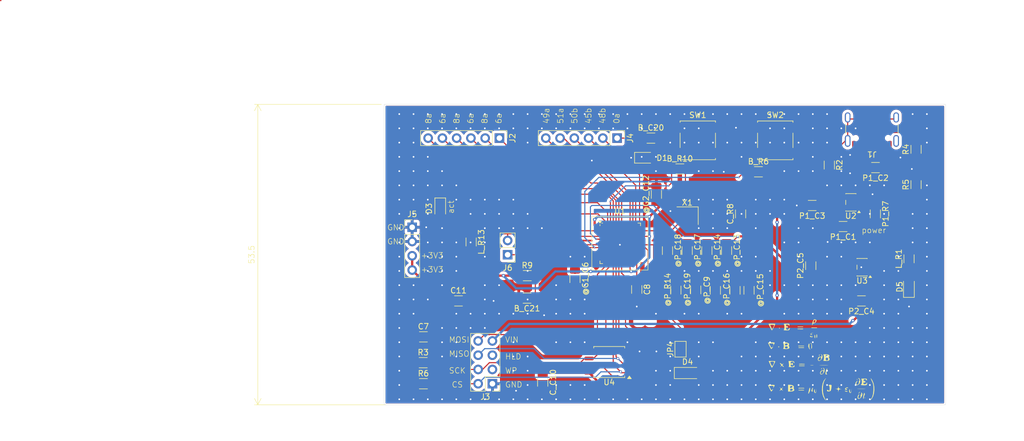
<source format=kicad_pcb>
(kicad_pcb (version 20241229) (generator "pcbnew") (generator_version "9.0")
  (layers (0 "F.Cu" signal) (2 "B.Cu" signal) (13 "F.Paste" user) (15 "B.Paste" user) (5 "F.SilkS" user "F.Silkscreen") (7 "B.SilkS" user "B.Silkscreen") (1 "F.Mask" user) (3 "B.Mask" user) (25 "Edge.Cuts" user))
  (net 0 "")
  (net 1 "/IOB_0a")
  (net 2 "/~{BTN}")
  (net 3 "Net-(D4-K)")
  (net 4 "Net-(J1-SHIELD)")
  (net 5 "Net-(J1-CC1)")
  (net 6 "Net-(JP4-B)")
  (net 7 "Net-(J1-CC2)")
  (net 8 "/IOT_37a")
  (net 9 "/IOT_38b")
  (net 10 "/IOT_39a")
  (net 11 "/IOT_41a")
  (net 12 "Net-(U1D-VCCPLL)")
  (net 13 "/IOT_42b")
  (net 14 "/IOT_43a")
  (net 15 "/IOT_44b")
  (net 16 "/IOT_45b")
  (net 17 "/IOT_48b")
  (net 18 "/IOT_49a")
  (net 19 "+1V2")
  (net 20 "/IOT_50b")
  (net 21 "/IOT_51a")
  (net 22 "/IOB_6a")
  (net 23 "/IOB_2a")
  (net 24 "/IOB_3a_G6")
  (net 25 "/IOB_4a")
  (net 26 "/IOB_5a")
  (net 27 "/IOB_8a")
  (net 28 "/IOB_9a")
  (net 29 "/10B_25b_G3")
  (net 30 "/10B_24a")
  (net 31 "/10B_23a")
  (net 32 "/10B_22a")
  (net 33 "/10B_20a")
  (net 34 "GND")
  (net 35 "/10B_18a")
  (net 36 "/CDONE")
  (net 37 "/10B_16a")
  (net 38 "/SPI_~{CS}")
  (net 39 "/SPI_SCK")
  (net 40 "VIN")
  (net 41 "+3V3")
  (net 42 "/SPI_MISO-IO1")
  (net 43 "/SPI_MOSI-IO0")
  (net 44 "/SPI_~{HLD}-IO3")
  (net 45 "/SPI_~{WP}-IO2")
  (net 46 "Net-(X1-EN)")
  (net 47 "/CLK")
  (net 48 "/IOT_36b-~{LEDR}")
  (net 49 "/IOB_13b-~{LEDG}")
  (net 52 "Net-(D5-A)")
  (net 57 "Net-(U2-EN)")
  (net 61 "/led")
  (footprint "Capacitor_SMD:C_1206_3216Metric" (layer "F.Cu") (at 180.5 123.1125 -90)
    (property "Reference" "@P_C16")
    (property "Value" "10n")
  )
  (footprint "Resistor_SMD:R_1206_3216Metric" (layer "F.Cu") (at 143.5 120.5)
    (property "Reference" "R9")
    (property "Value" "10k")
  )
  (footprint "Capacitor_SMD:C_1206_3216Metric" (layer "F.Cu") (at 194.001 118.725 90)
    (property "Reference" "P2_C5")
    (property "Value" "4u7")
  )
  (footprint "LED_SMD:LED_0805_2012Metric_Pad1.15x1.40mm_HandSolder" (layer "F.Cu") (at 211.476 122.5 90)
    (property "Reference" "D5")
    (property "Value" "red")
  )
  (footprint "Capacitor_SMD:C_1206_3216Metric" (layer "F.Cu") (at 173.5 123.0375 90)
    (property "Reference" "@P_C19")
    (property "Value" "10u")
  )
  (footprint "Capacitor_SMD:C_1206_3216Metric" (layer "F.Cu") (at 165.525 96)
    (property "Reference" "B_C20")
    (property "Value" "1u")
  )
  (footprint "Capacitor_SMD:C_1206_3216Metric" (layer "F.Cu") (at 199.751 111.75 180)
    (property "Reference" "P1_C1")
    (property "Value" "1u")
  )
  (footprint "Resistor_SMD:R_1206_3216Metric" (layer "F.Cu") (at 197.301 100.8 -90)
    (property "Reference" "R2")
    (property "Value" "1M")
  )
  (footprint "Resistor_SMD:R_1206_3216Metric" (layer "F.Cu") (at 170.675 101.5)
    (property "Reference" "B_R10")
    (property "Value" "10k")
  )
  (footprint "Capacitor_SMD:C_1206_3216Metric" (layer "F.Cu") (at 166.5 106.0375 90)
    (property "Reference" "@G2_C12")
    (property "Value" "100n")
  )
  (footprint "Resistor_SMD:R_1206_3216Metric" (layer "F.Cu") (at 184.675 102)
    (property "Reference" "B_R6")
    (property "Value" "10k")
  )
  (footprint "Resistor_SMD:R_1206_3216Metric" (layer "F.Cu") (at 125 139.75)
    (property "Reference" "R6")
    (property "Value" "10k")
  )
  (footprint "Package_SO:SOIC-8_5.3x5.3mm_P1.27mm" (layer "F.Cu") (at 158.1 135.885 180)
    (property "Reference" "U4")
    (property "Value" "W25Q128JVS")
  )
  (footprint "Resistor_SMD:R_1206_3216Metric" (layer "F.Cu") (at 169.9625 123.075 90)
    (property "Reference" "@P_R14")
    (property "Value" "100E")
  )
  (footprint "Capacitor_SMD:C_1206_3216Metric" (layer "F.Cu") (at 171.98 116.0375 -90)
    (property "Reference" "@P_C17")
    (property "Value" "100n")
  )
  (footprint "Capacitor_SMD:C_1206_3216Metric" (layer "F.Cu") (at 205.526 101.25 180)
    (property "Reference" "P1_C2")
    (property "Value" "4u7")
  )
  (footprint "Resistor_SMD:R_1206_3216Metric" (layer "F.Cu") (at 211.501 117.5 90)
    (property "Reference" "L_R1")
    (property "Value" "2k2")
  )
  (footprint "Capacitor_SMD:C_1206_3216Metric" (layer "F.Cu") (at 146.25 139.5 -90)
    (property "Reference" "C_C10")
    (property "Value" "100n")
  )
  (footprint "Capacitor_SMD:C_1206_3216Metric" (layer "F.Cu") (at 143.4625 124.5 180)
    (property "Reference" "B_C21")
    (property "Value" "1u")
  )
  (footprint "LOGO" (layer "F.Cu") (at 196 135.5)
    (property "Reference" "G***" (hide yes))
    (property "Value" "LOGO" (hide yes))
  )
  (footprint "Resistor_SMD:R_1206_3216Metric" (layer "F.Cu") (at 212.751 104.2875 90)
    (property "Reference" "R5")
    (property "Value" "5k1")
  )
  (footprint "Capacitor_SMD:C_1206_3216Metric" (layer "F.Cu") (at 179 116.0375 -90)
    (property "Reference" "@P_C13")
    (property "Value" "10n")
  )
  (footprint "Resistor_SMD:R_1206_3216Metric" (layer "F.Cu") (at 124.9625 136)
    (property "Reference" "R3")
    (property "Value" "10k")
  )
  (footprint "Resistor_SMD:R_1206_3216Metric" (layer "F.Cu") (at 212.751 98 90)
    (property "Reference" "R4")
    (property "Value" "5k1")
  )
  (footprint "Capacitor_SMD:C_1206_3216Metric" (layer "F.Cu") (at 183 123.1125 -90)
    (property "Reference" "@P_C15")
    (property "Value" "1u")
  )
  (footprint "Resistor_SMD:R_1206_3216Metric" (layer "F.Cu") (at 205.501 109.5 -90)
    (property "Reference" "P1_R7")
    (property "Value" "10k")
  )
  (footprint "Capacitor_SMD:C_1206_3216Metric" (layer "F.Cu") (at 125 131.4)
    (property "Reference" "C7")
    (property "Value" "100n")
  )
  (footprint "LED_SMD:LED_0805_2012Metric_Pad1.15x1.40mm_HandSolder" (layer "F.Cu") (at 164.475 99.5)
    (property "Reference" "D1")
    (property "Value" "blue")
  )
  (footprint "Capacitor_SMD:C_1206_3216Metric" (layer "F.Cu") (at 168.47 116.0375 -90)
    (property "Reference" "@P_C18")
    (property "Value" "1u")
  )
  (footprint "Connector_PinHeader_2.54mm:PinHeader_1x06_P2.54mm_Vertical" (layer "F.Cu") (at 159.5 96 -90)
    (property "Reference" "J4")
    (property "Value" "Conn_01x06")
  )
  (footprint "Diode_SMD:D_SOD-123" (layer "F.Cu") (at 172.05 137.85)
    (property "Reference" "D4")
    (property "Value" "1N4148W")
  )
  (footprint "Capacitor_SMD:C_1206_3216Metric" (layer "F.Cu") (at 203.026 125 180)
    (property "Reference" "P2_C4")
    (property "Value" "4u7")
  )
  (footprint "Jumper:SolderJumper-2_P1.3mm_Bridged_Pad1.0x1.5mm" (layer "F.Cu") (at 170.8 133.6 90)
    (property "Reference" "JP4")
    (property "Value" "Jumper")
  )
  (footprint "Capacitor_SMD:C_1206_3216Metric" (layer "F.Cu") (at 131.25 125)
    (property "Reference" "C11")
    (property "Value" "100n")
  )
  (footprint "Capacitor_SMD:C_1206_3216Metric" (layer "F.Cu") (at 177 123.1125 90)
    (property "Reference" "@P_C9")
    (property "Value" "100n")
  )
  (footprint "Connector_PinHeader_2.54mm:PinHeader_1x02_P2.54mm_Vertical" (layer "F.Cu") (at 140 116.775 180)
    (property "Reference" "J6")
    (property "Value" "Conn_01x02")
  )
  (footprint "Button_Switch_SMD:SW_SPST_B3S-1000" (layer "F.Cu") (at 187.675 96.4)
    (property "Reference" "SW2")
    (property "Value" "TACT")
  )
  (footprint "Oscillator:Oscillator_SMD_Abracon_ASE-4Pin_3.2x2.5mm" (layer "F.Cu") (at 172.05 109.825 180)
    (property "Reference" "X1")
    (property "Value" "12MHz")
  )
  (footprint "Connector_PinHeader_2.54mm:PinHeader_2x04_P2.54mm_Vertical" (layer "F.Cu") (at 137.29 139.75 180)
    (property "Reference" "J3")
    (property "Value" "spi programming")
  )
  (footprint "Connector_PinHeader_2.54mm:PinHeader_1x04_P2.54mm_Vertical" (layer "F.Cu") (at 123 111.88)
    (property "Reference" "J5")
    (property "Value" "Conn_01x04")
  )
  (footprint "Package_TO_SOT_SMD:SOT-23-5" (layer "F.Cu") (at 203.1375 119 180)
    (property "Reference" "U3")
    (property "Value" "TLV75533PDBV")
  )
  (footprint "Capacitor_SMD:C_1206_3216Metric" (layer "F.Cu") (at 163 122.9625 -90)
    (property "Reference" "C8")
    (property "Value" "100n")
  )
  (footprint "Button_Switch_SMD:SW_SPST_B3S-1000" (layer "F.Cu") (at 173.875 96.4)
    (property "Reference" "SW1")
    (property "Value" "TACT")
  )
  (footprint "LED_SMD:LED_0805_2012Metric_Pad1.15x1.40mm_HandSolder" (layer "F.Cu") (at 128 108.525 -90)
    (property "Reference" "D3")
    (property "Value" "green")
  )
  (footprint "Connector_USB:USB_C_Receptacle_GCT_USB4105-xx-A_16P_TopMnt_Horizontal" (layer "F.Cu") (at 204.891 93.395 180)
    (property "Reference" "J1")
    (property "Value" "USB_C")
  )
  (footprint "Resistor_SMD:R_1206_3216Metric" (layer "F.Cu") (at 181.5 109.5 90)
    (property "Reference" "C_R8")
    (property "Value" "10k")
  )
  (footprint "Package_DFN_QFN:QFN-48-1EP_7x7mm_P0.5mm_EP5.6x5.6mm" (layer "F.Cu") (at 160.0625 114.75)
    (property "Reference" "U1")
    (property "Value" "ICE40UP5K-SG48ITR")
  )
  (footprint "Connector_PinHeader_2.54mm:PinHeader_1x06_P2.54mm_Vertical" (layer "F.Cu") (at 138.54 96 -90)
    (property "Reference" "J2")
    (property "Value" "Conn_01x06")
  )
  (footprint "Capacitor_SMD:C_1206_3216Metric" (layer "F.Cu") (at 175.49 116.0375 -90)
    (property "Reference" "@P_C14")
    (property "Value" "100n")
  )
  (footprint "Resistor_SMD:R_1206_3216Metric" (layer "F.Cu") (at 133.5 114.5 -90)
    (property "Reference" "L_R13")
    (property "Value" "2k2")
  )
  (footprint "Capacitor_SMD:C_1206_3216Metric" (layer "F.Cu") (at 152 121.0375 -90)
    (property "Reference" "@G1_C6")
    (property "Value" "100n")
  )
  (footprint "Package_TO_SOT_SMD:SOT-23-5" (layer "F.Cu") (at 201.1375 107.45 180)
    (property "Reference" "U2")
    (property "Value" "TLV75533PDBV")
  )
  (footprint "Capacitor_SMD:C_1206_3216Metric" (layer "F.Cu") (at 194.251 108 180)
    (property "Reference" "P1_C3")
    (property "Value" "4u7")
  )
  (gr_line (start 191.849344 133.332316) (end 192.756487 133.332316) (stroke (width 0.1)) (layer "F.SilkS"))
  (gr_line (start 191.691071 129.984949) (end 192.598214 129.984949) (stroke (width 0.1)) (layer "F.SilkS"))
  (gr_line (start 191.692135 129.6135) (end 192.599278 129.6135) (stroke (width 0.1)) (layer "F.SilkS"))
  (gr_line (start 191.817063 133.030555) (end 192.724206 133.030555) (stroke (width 0.1)) (layer "F.SilkS"))
  (gr_line (start 191.849344 140.89184) (end 192.756487 140.89184) (stroke (width 0.1)) (layer "F.SilkS"))
  (gr_rect (start 155 110) (end 165 119.5) (stroke (width 0.1)) (fill no) (layer "F.SilkS"))
  (gr_line (start 191.947968 136.558509) (end 192.855111 136.558509) (stroke (width 0.1)) (layer "F.SilkS"))
  (gr_line (start 191.960418 136.268954) (end 192.867561 136.268954) (stroke (width 0.1)) (layer "F.SilkS"))
  (gr_line (start 194.163557 129.781902) (end 195.0707 129.781902) (stroke (width 0.1)) (layer "F.SilkS"))
  (gr_line (start 191.86746 140.539682) (end 192.774603 140.539682) (stroke (width 0.1)) (layer "F.SilkS"))
  (gr_rect (start 118 90) (end 218 143.5) (stroke (width 0.05)) (fill no) (layer "Edge.Cuts"))
  (gr_text "GND" (at 139.5 140.5 0) (layer "F.SilkS") (effects (font (size 1 1) (thickness 0.1)) (justify left bottom)))
  (gr_text "6a" (at 129 93.5 90) (layer "F.SilkS") (effects (font (size 1 1) (thickness 0.1)) (justify left bottom)))
  (gr_text "act" (at 130.5 109.5 90) (layer "F.SilkS") (effects (font (size 1 1) (thickness 0.1)) (justify left bottom)))
  (gr_text "45b" (at 155 93.5 90) (layer "F.SilkS") (effects (font (size 1 1) (thickness 0.1)) (justify left bottom)))
  (gr_text "MOSI" (at 129.5 132.5 0) (layer "F.SilkS") (effects (font (size 1 1) (thickness 0.1)) (justify left bottom)))
  (gr_text "48b" (at 157.5 93.5 90) (layer "F.SilkS") (effects (font (size 1 1) (thickness 0.1)) (justify left bottom)))
  (gr_text "+3V3" (at 124.5 117.5 0) (layer "F.SilkS") (effects (font (size 1 1) (thickness 0.1)) (justify left bottom)))
  (gr_text "WP" (at 139.5 138 0) (layer "F.SilkS") (effects (font (size 1 1) (thickness 0.1)) (justify left bottom)))
  (gr_text "HLD" (at 139.5 135.5 0) (layer "F.SilkS") (effects (font (size 1 1) (thickness 0.1)) (justify left bottom)))
  (gr_text "VIN" (at 139.5 132.5 0) (layer "F.SilkS") (effects (font (size 1 1) (thickness 0.1)) (justify left bottom)))
  (gr_text "power\n" (at 203 113 0) (layer "F.SilkS") (effects (font (size 1 1) (thickness 0.1)) (justify left bottom)))
  (gr_text "8a" (at 126.5 93.5 90) (layer "F.SilkS") (effects (font (size 1 1) (thickness 0.1)) (justify left bottom)))
  (gr_text "MISO" (at 129.5 135 0) (layer "F.SilkS") (effects (font (size 1 1) (thickness 0.1)) (justify left bottom)))
  (gr_text "49a" (at 147.5 93.5 90) (layer "F.SilkS") (effects (font (size 1 1) (thickness 0.1)) (justify left bottom)))
  (gr_text "8a" (at 131.5 93.5 90) (layer "F.SilkS") (effects (font (size 1 1) (thickness 0.1)) (justify left bottom)))
  (gr_text "50b" (at 152.5 93.5 90) (layer "F.SilkS") (effects (font (size 1 1) (thickness 0.1)) (justify left bottom)))
  (gr_text "0a" (at 160 93.5 90) (layer "F.SilkS") (effects (font (size 1 1) (thickness 0.1)) (justify left bottom)))
  (gr_text "8a" (at 136.5 93.5 90) (layer "F.SilkS") (effects (font (size 1 1) (thickness 0.1)) (justify left bottom)))
  (gr_text "CS" (at 130 140.5 0) (layer "F.SilkS") (effects (font (size 1 1) (thickness 0.1)) (justify left bottom)))
  (gr_text "6a" (at 134 93.5 90) (layer "F.SilkS") (effects (font (size 1 1) (thickness 0.1)) (justify left bottom)))
  (gr_text "6a" (at 139 93.5 90) (layer "F.SilkS") (effects (font (size 1 1) (thickness 0.1)) (justify left bottom)))
  (gr_text "GND" (at 118.5 112.5 0) (layer "F.SilkS") (effects (font (size 1 1) (thickness 0.1)) (justify left bottom)))
  (gr_text "SCK" (at 129.5 138 0) (layer "F.SilkS") (effects (font (size 1 1) (thickness 0.1)) (justify left bottom)))
  (gr_text "51a" (at 150 93.5 90) (layer "F.SilkS") (effects (font (size 1 1) (thickness 0.1)) (justify left bottom)))
  (gr_text "+3V3" (at 124.5 120 0) (layer "F.SilkS") (effects (font (size 1 1) (thickness 0.1)) (justify left bottom)))
  (gr_text "GND" (at 118.5 115 0) (layer "F.SilkS") (effects (font (size 1 1) (thickness 0.1)) (justify left bottom)))
  (dimension (type orthogonal) (layer "F.SilkS") (pts (xy 118.8 143.5) (xy 118 90)) (height -23.3) (orientation 1) (format (prefix "") (suffix "") (units 3) (units_format 0) (precision 4) (suppress_zeroes yes)) (style (thickness 0.1) (arrow_length 1.27) (text_position_mode 0) (arrow_direction outward) (extension_height 0.58642) (extension_offset 0.5) (keep_text_aligned yes)) (gr_text "53.5" (at 94.4 116.75 90) (layer "F.SilkS") (effects (font (size 1 1) (thickness 0.1)))))
  (segment (start 49.681 71.5) (end 49.681 71.505) (width 0.2) (layer "F.Cu") (net 0))
  (segment (start 49.75 71.5) (end 49.681 71.5) (width 0.2) (layer "F.Cu") (net 0))
  (segment (start 169.2125 101.5) (end 169.5 101.2125) (width 0.2) (layer "F.Cu") (net 1))
  (segment (start 169.9 98.65) (end 177.85 98.65) (width 0.2) (layer "F.Cu") (net 1))
  (segment (start 158.3125 107.3125) (end 158.3125 111.3125) (width 0.2) (layer "F.Cu") (net 1))
  (segment (start 165 96) (end 159.5 96) (width 0.2) (layer "F.Cu") (net 1))
  (segment (start 169.5 101.2125) (end 169.5 99.05) (width 0.2) (layer "F.Cu") (net 1))
  (segment (start 167.65 98.65) (end 165 96) (width 0.2) (layer "F.Cu") (net 1))
  (segment (start 169.2125 103.9615) (end 169.2125 101.5) (width 0.2) (layer "F.Cu") (net 1))
  (segment (start 169.9 98.65) (end 167.65 98.65) (width 0.2) (layer "F.Cu") (net 1))
  (segment (start 168.675 104.499) (end 169.2125 103.9615) (width 0.2) (layer "F.Cu") (net 1))
  (segment (start 169.5 99.05) (end 169.675 98.875) (width 0.2) (layer "F.Cu") (net 1))
  (via micro (at 168.675 104.499) (size 0.3) (drill 0.1) (layers "F.Cu" "B.Cu") (net 1))
  (via micro (at 158.3125 107.3125) (size 0.3) (drill 0.1) (layers "F.Cu" "B.Cu") (net 1))
  (segment (start 158.3125 107.1875) (end 158.3125 107.3125) (width 0.2) (layer "B.Cu") (net 1))
  (segment (start 161.001 104.499) (end 158.3125 107.1875) (width 0.2) (layer "B.Cu") (net 1))
  (segment (start 168.675 104.499) (end 161.001 104.499) (width 0.2) (layer "B.Cu") (net 1))
  (segment (start 144.9375 120.525) (end 144.9625 120.5) (width 0.2) (layer "F.Cu") (net 2))
  (segment (start 145.04 117.5) (end 145.04 119.96) (width 0.2) (layer "F.Cu") (net 2))
  (segment (start 183.675 102) (end 183.675 98.675) (width 0.2) (layer "F.Cu") (net 2))
  (segment (start 183.7 98.65) (end 191.65 98.65) (width 0.2) (layer "F.Cu") (net 2))
  (segment (start 182.175 102) (end 183.675 102) (width 0.2) (layer "F.Cu") (net 2))
  (segment (start 155.5 115.5) (end 156.625 115.5) (width 0.2) (layer "F.Cu") (net 2))
  (segment (start 144.9375 124.5) (end 144.9375 120.525) (width 0.2) (layer "F.Cu") (net 2))
  (segment (start 181.175 103) (end 182.175 102) (width 0.2) (layer "F.Cu") (net 2))
  (segment (start 145.04 117.5) (end 144.315 116.775) (width 0.2) (layer "F.Cu") (net 2))
  (segment (start 144.315 116.775) (end 140 116.775) (width 0.2) (layer "F.Cu") (net 2))
  (segment (start 145.04 119.96) (end 144.5 120.5) (width 0.2) (layer "F.Cu") (net 2))
  (segment (start 149.5 115.5) (end 155.5 115.5) (width 0.2) (layer "F.Cu") (net 2))
  (segment (start 144.5 120.5) (end 149.5 115.5) (width 0.2) (layer "F.Cu") (net 2))
  (via micro (at 155.5 115.5) (size 0.3) (drill 0.1) (layers "F.Cu" "B.Cu") (net 2))
  (via micro (at 181.175 103) (size 0.3) (drill 0.1) (layers "F.Cu" "B.Cu") (net 2))
  (segment (start 153.75 113.75) (end 155.5 115.5) (width 0.2) (layer "B.Cu") (net 2))
  (segment (start 181.175 103) (end 156.25 103) (width 0.2) (layer "B.Cu") (net 2))
  (segment (start 156.25 103) (end 153.75 105.5) (width 0.2) (layer "B.Cu") (net 2))
  (segment (start 153.75 105.5) (end 153.75 113.75) (width 0.2) (layer "B.Cu") (net 2))
  (segment (start 170.8 137.45) (end 170.4 137.85) (width 0.2) (layer "F.Cu") (net 3))
  (segment (start 170.8 134.25) (end 170.8 137.45) (width 0.2) (layer "F.Cu") (net 3))
  (segment (start 200.571 96.5) (end 200.571 92.32) (width 0.2) (layer "F.Cu") (net 4))
  (segment (start 209.211 92.595) (end 200.571 92.595) (width 0.2) (layer "F.Cu") (net 4))
  (segment (start 200.1385 96.5) (end 200.571 96.5) (width 0.2) (layer "F.Cu") (net 4))
  (segment (start 197.301 99.3375) (end 200.1385 96.5) (width 0.2) (layer "F.Cu") (net 4))
  (segment (start 206.141 95.859) (end 206.141 97.075) (width 0.2) (layer "F.Cu") (net 5))
  (segment (start 211.251 98) (end 211.001 97.75) (width 0.2) (layer "F.Cu") (net 5))
  (segment (start 210.001 95) (end 207 95) (width 0.2) (layer "F.Cu") (net 5))
  (segment (start 207 95) (end 206.141 95.859) (width 0.2) (layer "F.Cu") (net 5))
  (segment (start 211.001 96) (end 210.001 95) (width 0.2) (layer "F.Cu") (net 5))
  (segment (start 214.5 101.076) (end 214.5 98) (width 0.2) (layer "F.Cu") (net 5))
  (segment (start 214.5 98) (end 211.251 98) (width 0.2) (layer "F.Cu") (net 5))
  (segment (start 211.001 97.75) (end 211.001 96) (width 0.2) (layer "F.Cu") (net 5))
  (segment (start 212.751 102.825) (end 214.5 101.076) (width 0.2) (layer "F.Cu") (net 5))
  (segment (start 163 118.375) (end 162.8125 118.1875) (width 0.2) (layer "F.Cu") (net 6))
  (segment (start 163 122) (end 163 118.375) (width 0.2) (layer "F.Cu") (net 6))
  (segment (start 170.8 130) (end 170.8 129.8) (width 0.2) (layer "F.Cu") (net 6))
  (segment (start 170.8 132.95) (end 170.8 130) (width 0.2) (layer "F.Cu") (net 6))
  (segment (start 170.8 129.8) (end 163 122) (width 0.2) (layer "F.Cu") (net 6))
  (segment (start 203.141 96.407588) (end 203.141 97.075) (width 0.2) (layer "F.Cu") (net 7))
  (segment (start 212.751 96.5375) (end 210.7135 94.5) (width 0.2) (layer "F.Cu") (net 7))
  (segment (start 205.048588 94.5) (end 203.141 96.407588) (width 0.2) (layer "F.Cu") (net 7))
  (segment (start 210.7135 94.5) (end 205.048588 94.5) (width 0.2) (layer "F.Cu") (net 7))
  (segment (start 165 116) (end 165 119.575) (width 0.2) (layer "F.Cu") (net 12))
  (segment (start 165 119.575) (end 169.5 124.075) (width 0.2) (layer "F.Cu") (net 12))
  (segment (start 164.5 115.5) (end 165 116) (width 0.2) (layer "F.Cu") (net 12))
  (segment (start 173.475 124.5375) (end 173.5 124.5125) (width 0.2) (layer "F.Cu") (net 12))
  (segment (start 176.5 124.15) (end 176.425 124.075) (width 0.2) (layer "F.Cu") (net 12))
  (segment (start 169.9625 124.5375) (end 173.475 124.5375) (width 0.2) (layer "F.Cu") (net 12))
  (segment (start 169.5 124.075) (end 169.9625 124.075) (width 0.2) (layer "F.Cu") (net 12))
  (segment (start 169.9625 124.5375) (end 169.9625 124.075) (width 0.2) (layer "F.Cu") (net 12))
  (segment (start 163.5 115.5) (end 164.5 115.5) (width 0.2) (layer "F.Cu") (net 12))
  (segment (start 173.5 124.5125) (end 175.9875 124.5125) (width 0.2) (layer "F.Cu") (net 12))
  (segment (start 175.9875 124.5125) (end 176.425 124.075) (width 0.2) (layer "F.Cu") (net 12))
  (segment (start 162.8125 104.3925) (end 162.8125 111.3125) (width 0.2) (layer "F.Cu") (net 16))
  (segment (start 154.42 96) (end 162.8125 104.3925) (width 0.2) (layer "F.Cu") (net 16))
  (segment (start 156.96 96) (end 163.5 102.54) (width 0.2) (layer "F.Cu") (net 17))
  (segment (start 163.5 102.54) (end 163.5 112) (width 0.2) (layer "F.Cu") (net 17))
  (segment (start 146.8 96) (end 154.8 104) (width 0.2) (layer "F.Cu") (net 18))
  (segment (start 154.8 104) (end 156.772011 104) (width 0.2) (layer "F.Cu") (net 18))
  (segment (start 156.772011 104) (end 159.8125 107.040489) (width 0.2) (layer "F.Cu") (net 18))
  (segment (start 159.8125 107.040489) (end 159.8125 111.3125) (width 0.2) (layer "F.Cu") (net 18))
  (segment (start 169.5 122.075) (end 169.9625 122.075) (width 0.2) (layer "F.Cu") (net 19))
  (segment (start 181 113.5) (end 185 113.5) (width 0.4) (layer "F.Cu") (net 19))
  (segment (start 179.0625 121.6375) (end 177.5 120.075) (width 0.2) (layer "F.Cu") (net 19))
  (segment (start 156.625 114) (end 156.5 114) (width 0.2) (layer "F.Cu") (net 19))
  (segment (start 163.5 115) (end 166 115) (width 0.2) (layer "F.Cu") (net 19))
  (segment (start 180.5 121.6375) (end 183 121.6375) (width 0.2) (layer "F.Cu") (net 19))
  (segment (start 177.5 115) (end 177.5 120.075) (width 0.2) (layer "F.Cu") (net 19))
  (segment (start 156.5 114) (end 155.75 114) (width 0.2) (layer "F.Cu") (net 19))
  (segment (start 181 113.5) (end 179.5 115) (width 0.2) (layer "F.Cu") (net 19))
  (segment (start 194.201 120) (end 201.8635 120) (width 0.4) (layer "F.Cu") (net 19))
  (segment (start 180.5 121.6375) (end 179.0625 121.6375) (width 0.2) (layer "F.Cu") (net 19))
  (segment (start 166 118) (end 170.0375 122.0375) (width 0.2) (layer "F.Cu") (net 19))
  (segment (start 170.0375 122.0375) (end 170.0375 122.075) (width 0.2) (layer "F.Cu") (net 19))
  (segment (start 194.001 120.2) (end 194.201 120) (width 0.2) (layer "F.Cu") (net 19))
  (segment (start 166 115) (end 179 115) (width 0.2) (layer "F.Cu") (net 19))
  (segment (start 185 113.5) (end 191.7 120.2) (width 0.4) (layer "F.Cu") (net 19))
  (segment (start 191.7 120.2) (end 194.001 120.2) (width 0.4) (layer "F.Cu") (net 19))
  (segment (start 166 115) (end 166 118) (width 0.2) (layer "F.Cu") (net 19))
  (via micro (at 155.75 114) (size 0.3) (drill 0.1) (layers "F.Cu" "B.Cu") (net 19))
  (via (at 181 113.5) (size 0.6) (drill 0.3) (layers "F.Cu" "B.Cu") (net 19))
  (segment (start 155 108) (end 154.75 108.25) (width 0.2) (layer "B.Cu") (net 19))
  (segment (start 166 108) (end 155 108) (width 0.2) (layer "B.Cu") (net 19))
  (segment (start 154.75 108.25) (end 154.75 113) (width 0.2) (layer "B.Cu") (net 19))
  (segment (start 171.5 113.5) (end 166 108) (width 0.2) (layer "B.Cu") (net 19))
  (segment (start 154.75 113) (end 155.75 114) (width 0.2) (layer "B.Cu") (net 19))
  (segment (start 181 113.5) (end 171.5 113.5) (width 0.2) (layer "B.Cu") (net 19))
  (segment (start 151.88 96) (end 162.3125 106.4325) (width 0.2) (layer "F.Cu") (net 20))
  (segment (start 162.3125 106.4325) (end 162.3125 111.3125) (width 0.2) (layer "F.Cu") (net 20))
  (segment (start 160.3125 106.3125) (end 160.3125 111.3125) (width 0.2) (layer "F.Cu") (net 21))
  (segment (start 150 96) (end 160.3125 106.3125) (width 0.2) (layer "F.Cu") (net 21))
  (segment (start 149.34 96) (end 150 96) (width 0.2) (layer "F.Cu") (net 21))
  (segment (start 156.625 112.5) (end 151.3 112.5) (width 0.2) (layer "F.Cu") (net 22))
  (segment (start 141.8 103) (end 135.38 103) (width 0.2) (layer "F.Cu") (net 22))
  (segment (start 151.3 112.5) (end 141.8 103) (width 0.2) (layer "F.Cu") (net 22))
  (segment (start 135.38 103) (end 128.38 96) (width 0.2) (layer "F.Cu") (net 22))
  (segment (start 157.8125 109.3125) (end 157.8125 111.3125) (width 0.2) (layer "F.Cu") (net 23))
  (segment (start 150.5 107.5) (end 156 107.5) (width 0.2) (layer "F.Cu") (net 23))
  (segment (start 156 107.5) (end 157.8125 109.3125) (width 0.2) (layer "F.Cu") (net 23))
  (segment (start 137.96 100.5) (end 143.5 100.5) (width 0.2) (layer "F.Cu") (net 23))
  (segment (start 133.46 96) (end 137.96 100.5) (width 0.2) (layer "F.Cu") (net 23))
  (segment (start 143.5 100.5) (end 150.5 107.5) (width 0.2) (layer "F.Cu") (net 23))
  (segment (start 157.204911 105) (end 159.3125 107.107589) (width 0.2) (layer "F.Cu") (net 24))
  (segment (start 138.54 96) (end 140.54 98) (width 0.2) (layer "F.Cu") (net 24))
  (segment (start 152.5 105) (end 157.204911 105) (width 0.2) (layer "F.Cu") (net 24))
  (segment (start 159.3125 107.107589) (end 159.3125 111.3125) (width 0.2) (layer "F.Cu") (net 24))
  (segment (start 145.5 98) (end 152.5 105) (width 0.2) (layer "F.Cu") (net 24))
  (segment (start 140.54 98) (end 145.5 98) (width 0.2) (layer "F.Cu") (net 24))
  (segment (start 143 102) (end 150.5 109.5) (width 0.2) (layer "F.Cu") (net 25))
  (segment (start 156.099 109.5) (end 157.3125 110.7135) (width 0.2) (layer "F.Cu") (net 25))
  (segment (start 157.3125 110.7135) (end 157.3125 111.3125) (width 0.2) (layer "F.Cu") (net 25))
  (segment (start 150.5 109.5) (end 156.099 109.5) (width 0.2) (layer "F.Cu") (net 25))
  (segment (start 130.92 96) (end 136.92 102) (width 0.2) (layer "F.Cu") (net 25))
  (segment (start 136.92 102) (end 143 102) (width 0.2) (layer "F.Cu") (net 25))
  (segment (start 144.5 99.5) (end 151 106) (width 0.2) (layer "F.Cu") (net 26))
  (segment (start 136 96) (end 139.5 99.5) (width 0.2) (layer "F.Cu") (net 26))
  (segment (start 158.8125 107.174689) (end 158.8125 111.3125) (width 0.2) (layer "F.Cu") (net 26))
  (segment (start 151 106) (end 157.637811 106) (width 0.2) (layer "F.Cu") (net 26))
  (segment (start 139.5 99.5) (end 144.5 99.5) (width 0.2) (layer "F.Cu") (net 26))
  (segment (start 157.637811 106) (end 158.8125 107.174689) (width 0.2) (layer "F.Cu") (net 26))
  (segment (start 156.625 113.5) (end 150.3 113.5) (width 0.2) (layer "F.Cu") (net 27))
  (segment (start 134.04 104.2) (end 125.84 96) (width 0.2) (layer "F.Cu") (net 27))
  (segment (start 150.3 113.5) (end 141 104.2) (width 0.2) (layer "F.Cu") (net 27))
  (segment (start 141 104.2) (end 134.04 104.2) (width 0.2) (layer "F.Cu") (net 27))
  (segment (start 204.1385 119.05) (end 203.051 119.05) (width 0.2) (layer "F.Cu") (net 34))
  (segment (start 123 111.88) (end 125.5 111.88) (width 0.4) (layer "F.Cu") (net 34))
  (segment (start 203.051 119.05) (end 203.001 119) (width 0.2) (layer "F.Cu") (net 34))
  (segment (start 202.501 107.55) (end 203.451 107.55) (width 0.2) (layer "F.Cu") (net 34))
  (segment (start 209.9635 99.4625) (end 208.091 97.59) (width 0.4) (layer "F.Cu") (net 34))
  (segment (start 212.751 100.75) (end 212.001 101.5) (width 0.2) (layer "F.Cu") (net 34))
  (segment (start 212.001 101.5) (end 211.575 101.926) (width 0.2) (layer "F.Cu") (net 34))
  (segment (start 132.725 125.15) (end 132.725 125) (width 0.4) (layer "F.Cu") (net 34))
  (segment (start 203.451 107.55) (end 205.001 106) (width 0.2) (layer "F.Cu") (net 34))
  (segment (start 211.476 123.525) (end 211.476 125.975) (width 0.2) (layer "F.Cu") (net 34))
  (segment (start 211.575 104.574) (end 212.751 105.75) (width 0.2) (layer "F.Cu") (net 34))
  (segment (start 211.575 101.926) (end 211.575 104.574) (width 0.2) (layer "F.Cu") (net 34))
  (segment (start 192.776 108) (end 191.501 108) (width 0.2) (layer "F.Cu") (net 34))
  (segment (start 171 109) (end 169 109) (width 0.2) (layer "F.Cu") (net 34))
  (segment (start 201.691 98.31) (end 201.001 99) (width 0.4) (layer "F.Cu") (net 34))
  (segment (start 193.301 117.45) (end 194 116.751) (width 0.2) (layer "F.Cu") (net 34))
  (segment (start 163 124) (end 163 126) (width 0.4) (layer "F.Cu") (net 34))
  (segment (start 161.7 133.98) (end 163.48 133.98) (width 0.4) (layer "F.Cu") (net 34))
  (segment (start 201.691 97.075) (end 201.691 98.31) (width 0.4) (layer "F.Cu") (net 34))
  (segment (start 178.475 102.025) (end 178.5 102) (width 0.2) (layer "F.Cu") (net 34))
  (segment (start 141.525 140.975) (end 141.5 141) (width 0.4) (layer "F.Cu") (net 34))
  (segment (start 209.9635 99.4625) (end 212.751 99.4625) (width 0.4) (layer "F.Cu") (net 34))
  (segment (start 208.091 97.59) (end 208.091 97.075) (width 0.4) (layer "F.Cu") (net 34))
  (segment (start 196.75 111.75) (end 198.276 111.75) (width 0.2) (layer "F.Cu") (net 34))
  (segment (start 212.751 99.4625) (end 212.751 100.75) (width 0.2) (layer "F.Cu") (net 34))
  (segment (start 123 114.42) (end 123 111.88) (width 0.4) (layer "F.Cu") (net 34))
  (segment (start 194 116.751) (end 194 114.5) (width 0.2) (layer "F.Cu") (net 34))
  (segment (start 194 114.5) (end 196.75 111.75) (width 0.2) (layer "F.Cu") (net 34))
  (via (at 199.441 142.52) (size 0.6) (drill 0.3) (layers "F.Cu" "B.Cu") (net 34))
  (via (at 205.001 106) (size 0.6) (drill 0.3) (layers "F.Cu" "B.Cu") (net 34))
  (via (at 171.501 127.28) (size 0.6) (drill 0.3) (layers "F.Cu" "B.Cu") (net 34))
  (via (at 194.361 137.44) (size 0.6) (drill 0.3) (layers "F.Cu" "B.Cu") (net 34))
  (via (at 181.661 127.28) (size 0.6) (drill 0.3) (layers "F.Cu" "B.Cu") (net 34))
  (via (at 209.601 129.82) (size 0.6) (drill 0.3) (layers "F.Cu" "B.Cu") (net 34))
  (via (at 141.021 112.04) (size 0.6) (drill 0.3) (layers "F.Cu" "B.Cu") (net 34))
  (via (at 148.641 91.72) (size 0.6) (drill 0.3) (layers "F.Cu" "B.Cu") (net 34))
  (via (at 214.681 119.66) (size 0.6) (drill 0.3) (layers "F.Cu" "B.Cu") (net 34))
  (via (at 201.981 94.26) (size 0.6) (drill 0.3) (layers "F.Cu" "B.Cu") (net 34))
  (via (at 196.901 91.72) (size 0.6) (drill 0.3) (layers "F.Cu" "B.Cu") (net 34))
  (via (at 125.781 101.88) (size 0.6) (drill 0.3) (layers "F.Cu" "B.Cu") (net 34))
  (via (at 166.5 134) (size 0.6) (drill 0.3) (layers "F.Cu" "B.Cu") (net 34))
  (via (at 158.801 142.52) (size 0.6) (drill 0.3) (layers "F.Cu" "B.Cu") (net 34))
  (via (at 214.681 122.2) (size 0.6) (drill 0.3) (layers "F.Cu" "B.Cu") (net 34))
  (via (at 151.181 91.72) (size 0.6) (drill 0.3) (layers "F.Cu" "B.Cu") (net 34))
  (via (at 163.881 94.26) (size 0.6) (drill 0.3) (layers "F.Cu" "B.Cu") (net 34))
  (via (at 191.821 96.8) (size 0.6) (drill 0.3) (layers "F.Cu" "B.Cu") (net 34))
  (via (at 207.061 122.2) (size 0.6) (drill 0.3) (layers "F.Cu" "B.Cu") (net 34))
  (via (at 130.861 127.28) (size 0.6) (drill 0.3) (layers "F.Cu" "B.Cu") (net 34))
  (via (at 201.981 114.58) (size 0.6) (drill 0.3) (layers "F.Cu" "B.Cu") (net 34))
  (via (at 176.581 119.66) (size 0.6) (drill 0.3) (layers "F.Cu" "B.Cu") (net 34))
  (via (at 128.321 91.72) (size 0.6) (drill 0.3) (layers "F.Cu" "B.Cu") (net 34))
  (via (at 212.141 91.72) (size 0.6) (drill 0.3) (layers "F.Cu" "B.Cu") (net 34))
  (via (at 174.041 94.26) (size 0.6) (drill 0.3) (layers "F.Cu" "B.Cu") (net 34))
  (via (at 153.721 132.36) (size 0.6) (drill 0.3) (layers "F.Cu" "B.Cu") (net 34))
  (via (at 214.681 129.82) (size 0.6) (drill 0.3) (layers "F.Cu" "B.Cu") (net 34))
  (via (at 174.041 119.66) (size 0.6) (drill 0.3) (layers "F.Cu" "B.Cu") (net 34))
  (via (at 207.061 127.28) (size 0.6) (drill 0.3) (layers "F.Cu" "B.Cu") (net 34))
  (via (at 146.101 94.26) (size 0.6) (drill 0.3) (layers "F.Cu" "B.Cu") (net 34))
  (via (at 191.821 134.9) (size 0.6) (drill 0.3) (layers "F.Cu" "B.Cu") (net 34))
  (via (at 214.681 117.12) (size 0.6) (drill 0.3) (layers "F.Cu" "B.Cu") (net 34))
  (via (at 196.901 104.42) (size 0.6) (drill 0.3) (layers "F.Cu" "B.Cu") (net 34))
  (via (at 135.941 127.28) (size 0.6) (drill 0.3) (layers "F.Cu" "B.Cu") (net 34))
  (via (at 214.681 91.72) (size 0.6) (drill 0.3) (layers "F.Cu" "B.Cu") (net 34))
  (via (at 191.821 112.04) (size 0.6) (drill 0.3) (layers "F.Cu" "B.Cu") (net 34))
  (via (at 153.721 127.28) (size 0.6) (drill 0.3) (layers "F.Cu" "B.Cu") (net 34))
  (via (at 201.981 142.52) (size 0.6) (drill 0.3) (layers "F.Cu" "B.Cu") (net 34))
  (via (at 194.361 112.04) (size 0.6) (drill 0.3) (layers "F.Cu" "B.Cu") (net 34))
  (via (at 125.781 106.96) (size 0.6) (drill 0.3) (layers "F.Cu" "B.Cu") (net 34))
  (via (at 184.201 117.12) (size 0.6) (drill 0.3) (layers "F.Cu" "B.Cu") (net 34))
  (via (at 163.881 142.52) (size 0.6) (drill 0.3) (layers "F.Cu" "B.Cu") (net 34))
  (via (at 163.881 91.72) (size 0.6) (drill 0.3) (layers "F.Cu" "B.Cu") (net 34))
  (via (at 194.361 94.26) (size 0.6) (drill 0.3) (layers "F.Cu" "B.Cu") (net 34))
  (via (at 196.901 134.9) (size 0.6) (drill 0.3) (layers "F.Cu" "B.Cu") (net 34))
  (via (at 207.061 137.44) (size 0.6) (drill 0.3) (layers "F.Cu" "B.Cu") (net 34))
  (via (at 174.041 106.96) (size 0.6) (drill 0.3) (layers "F.Cu" "B.Cu") (net 34))
  (via (at 146.101 112.04) (size 0.6) (drill 0.3) (layers "F.Cu" "B.Cu") (net 34))
  (via (at 135.941 122.2) (size 0.6) (drill 0.3) (layers "F.Cu" "B.Cu") (net 34))
  (via (at 130.861 91.72) (size 0.6) (drill 0.3) (layers "F.Cu" "B.Cu") (net 34))
  (via (at 125.781 119.66) (size 0.6) (drill 0.3) (layers "F.Cu" "B.Cu") (net 34))
  (via (at 174.041 91.72) (size 0.6) (drill 0.3) (layers "F.Cu" "B.Cu") (net 34))
  (via (at 199.441 114.58) (size 0.6) (drill 0.3) (layers "F.Cu" "B.Cu") (net 34))
  (via (at 148.641 94.26) (size 0.6) (drill 0.3) (layers "F.Cu" "B.Cu") (net 34))
  (via (at 151.181 94.26) (size 0.6) (drill 0.3) (layers "F.Cu" "B.Cu") (net 34))
  (via (at 135.941 91.72) (size 0.6) (drill 0.3) (layers "F.Cu" "B.Cu") (net 34))
  (via (at 120.701 137.44) (size 0.6) (drill 0.3) (layers "F.Cu" "B.Cu") (net 34))
  (via (at 171.501 119.66) (size 0.6) (drill 0.3) (layers "F.Cu" "B.Cu") (net 34))
  (via (at 214.681 109.5) (size 0.6) (drill 0.3) (layers "F.Cu" "B.Cu") (net 34))
  (via (at 199.441 99.34) (size 0.6) (drill 0.3) (layers "F.Cu" "B.Cu") (net 34))
  (via (at 168.961 134.9) (size 0.6) (drill 0.3) (layers "F.Cu" "B.Cu") (net 34))
  (via (at 148.641 142.52) (size 0.6) (drill 0.3) (layers "F.Cu" "B.Cu") (net 34))
  (via (at 135.941 117.12) (size 0.6) (drill 0.3) (layers "F.Cu" "B.Cu") (net 34))
  (via (at 176.581 137.44) (size 0.6) (drill 0.3) (layers "F.Cu" "B.Cu") (net 34))
  (via (at 191.821 132.36) (size 0.6) (drill 0.3) (layers "F.Cu" "B.Cu") (net 34))
  (via (at 212.141 109.5) (size 0.6) (drill 0.3) (layers "F.Cu" "B.Cu") (net 34))
  (via (at 191.821 137.44) (size 0.6) (drill 0.3) (layers "F.Cu" "B.Cu") (net 34))
  (via (at 186.741 109.5) (size 0.6) (drill 0.3) (layers "F.Cu" "B.Cu") (net 34))
  (via (at 141.021 106.96) (size 0.6) (drill 0.3) (layers "F.Cu" "B.Cu") (net 34))
  (via (at 174.041 132.36) (size 0.6) (drill 0.3) (layers "F.Cu" "B.Cu") (net 34))
  (via (at 212.141 132.36) (size 0.6) (drill 0.3) (layers "F.Cu" "B.Cu") (net 34))
  (via (at 201.981 132.36) (size 0.6) (drill 0.3) (layers "F.Cu" "B.Cu") (net 34))
  (via (at 184.201 112.04) (size 0.6) (drill 0.3) (layers "F.Cu" "B.Cu") (net 34))
  (via (at 120.701 94.26) (size 0.6) (drill 0.3) (layers "F.Cu" "B.Cu") (net 34))
  (via (at 211.501 126) (size 0.6) (drill 0.3) (layers "F.Cu" "B.Cu") (net 34))
  (via (at 176.581 142.52) (size 0.6) (drill 0.3) (layers "F.Cu" "B.Cu") (net 34))
  (via (at 214.681 94.26) (size 0.6) (drill 0.3) (layers "F.Cu" "B.Cu") (net 34))
  (via (at 212.141 134.9) (size 0.6) (drill 0.3) (layers "F.Cu" "B.Cu") (net 34))
  (via (at 209.601 124.74) (size 0.6) (drill 0.3) (layers "F.Cu" "B.Cu") (net 34))
  (via (at 209.601 142.52) (size 0.6) (drill 0.3) (layers "F.Cu" "B.Cu") (net 34))
  (via (at 161.341 94.26) (size 0.6) (drill 0.3) (layers "F.Cu" "B.Cu") (net 34))
  (via (at 156.261 91.72) (size 0.6) (drill 0.3) (layers "F.Cu" "B.Cu") (net 34))
  (via (at 143.561 91.72) (size 0.6) (drill 0.3) (layers "F.Cu" "B.Cu") (net 34))
  (via (at 125.781 109.5) (size 0.6) (drill 0.3) (layers "F.Cu" "B.Cu") (net 34))
  (via (at 207.061 132.36) (size 0.6) (drill 0.3) (layers "F.Cu" "B.Cu") (net 34))
  (via (at 189.281 91.72) (size 0.6) (drill 0.3) (layers "F.Cu" "B.Cu") (net 34))
  (via (at 196.901 122.2) (size 0.6) (drill 0.3) (layers "F.Cu" "B.Cu") (net 34))
  (via (at 194.361 101.88) (size 0.6) (drill 0.3) (layers "F.Cu" "B.Cu") (net 34))
  (via (at 207.061 134.9) (size 0.6) (drill 0.3) (layers "F.Cu" "B.Cu") (net 34))
  (via (at 204.521 134.9) (size 0.6) (drill 0.3) (layers "F.Cu" "B.Cu") (net 34))
  (via (at 181.661 137.44) (size 0.6) (drill 0.3) (layers "F.Cu" "B.Cu") (net 34))
  (via (at 196.901 137.44) (size 0.6) (drill 0.3) (layers "F.Cu" "B.Cu") (net 34))
  (via (at 207.061 129.82) (size 0.6) (drill 0.3) (layers "F.Cu" "B.Cu") (net 34))
  (via (at 161.341 91.72) (size 0.6) (drill 0.3) (layers "F.Cu" "B.Cu") (net 34))
  (via (at 133.401 129.82) (size 0.6) (drill 0.3) (layers "F.Cu" "B.Cu") (net 34))
  (via (at 201.001 99) (size 0.5) (drill 0.3) (layers "F.Cu" "B.Cu") (net 34))
  (via (at 120.701 117.12) (size 0.6) (drill 0.3) (layers "F.Cu" "B.Cu") (net 34))
  (via (at 214.681 106.96) (size 0.6) (drill 0.3) (layers "F.Cu" "B.Cu") (net 34))
  (via (at 125.781 117.12) (size 0.6) (drill 0.3) (layers "F.Cu" "B.Cu") (net 34))
  (via (at 191.821 101.88) (size 0.6) (drill 0.3) (layers "F.Cu" "B.Cu") (net 34))
  (via (at 209.601 137.44) (size 0.6) (drill 0.3) (layers "F.Cu" "B.Cu") (net 34))
  (via (at 138.481 91.72) (size 0.6) (drill 0.3) (layers "F.Cu" "B.Cu") (net 34))
  (via (at 138.481 122.2) (size 0.6) (drill 0.3) (layers "F.Cu" "B.Cu") (net 34))
  (via (at 146.101 142.52) (size 0.6) (drill 0.3) (layers "F.Cu" "B.Cu") (net 34))
  (via (at 199.441 124.74) (size 0.6) (drill 0.3) (layers "F.Cu" "B.Cu") (net 34))
  (via (at 189.281 122.2) (size 0.6) (drill 0.3) (layers "F.Cu" "B.Cu") (net 34))
  (via (at 128.321 132.36) (size 0.6) (drill 0.3) (layers "F.Cu" "B.Cu") (net 34))
  (via (at 191.821 127.28) (size 0.6) (drill 0.3) (layers "F.Cu" "B.Cu") (net 34))
  (via (at 130.861 106.96) (size 0.6) (drill 0.3) (layers "F.Cu" "B.Cu") (net 34))
  (via (at 176.581 132.36) (size 0.6) (drill 0.3) (layers "F.Cu" "B.Cu") (net 34))
  (via (at 214.681 139.98) (size 0.6) (drill 0.3) (layers "F.Cu" "B.Cu") (net 34))
  (via (at 214.681 112.04) (size 0.6) (drill 0.3) (layers "F.Cu" "B.Cu") (net 34))
  (via (at 128.321 122.2) (size 0.6) (drill 0.3) (layers "F.Cu" "B.Cu") (net 34))
  (via (at 120.701 114.58) (size 0.6) (drill 0.3) (layers "F.Cu" "B.Cu") (net 34))
  (via (at 120.701 99.34) (size 0.6) (drill 0.3) (layers "F.Cu" "B.Cu") (net 34))
  (via (at 181.661 91.72) (size 0.6) (drill 0.3) (layers "F.Cu" "B.Cu") (net 34))
  (via (at 135.941 114.58) (size 0.6) (drill 0.3) (layers "F.Cu" "B.Cu") (net 34))
  (via (at 186.741 94.26) (size 0.6) (drill 0.3) (layers "F.Cu" "B.Cu") (net 34))
  (via (at 151.181 127.28) (size 0.6) (drill 0.3) (layers "F.Cu" "B.Cu") (net 34))
  (via (at 169 109) (size 0.6) (drill 0.3) (layers "F.Cu" "B.Cu") (net 34))
  (via (at 184.201 91.72) (size 0.6) (drill 0.3) (layers "F.Cu" "B.Cu") (net 34))
  (via (at 120.701 129.82) (size 0.6) (drill 0.3) (layers "F.Cu" "B.Cu") (net 34))
  (via (at 212.141 142.52) (size 0.6) (drill 0.3) (layers "F.Cu" "B.Cu") (net 34))
  (via (at 194.361 96.8) (size 0.6) (drill 0.3) (layers "F.Cu" "B.Cu") (net 34))
  (via (at 189.281 127.28) (size 0.6) (drill 0.3) (layers "F.Cu" "B.Cu") (net 34))
  (via (at 143.561 137.44) (size 0.6) (drill 0.3) (layers "F.Cu" "B.Cu") (net 34))
  (via (at 146.5 127.551) (size 0.6) (drill 0.3) (layers "F.Cu" "B.Cu") (net 34))
  (via (at 181.661 139.98) (size 0.6) (drill 0.3) (layers "F.Cu" "B.Cu") (net 34))
  (via (at 151.181 132.36) (size 0.6) (drill 0.3) (layers "F.Cu" "B.Cu") (net 34))
  (via (at 174.041 139.98) (size 0.6) (drill 0.3) (layers "F.Cu" "B.Cu") (net 34))
  (via (at 196.901 117.12) (size 0.6) (drill 0.3) (layers "F.Cu" "B.Cu") (net 34))
  (via (at 166.421 137.44) (size 0.6) (drill 0.3) (layers "F.Cu" "B.Cu") (net 34))
  (via (at 196.901 127.28) (size 0.6) (drill 0.3) (layers "F.Cu" "B.Cu") (net 34))
  (via (at 199.441 104.42) (size 0.6) (drill 0.3) (layers "F.Cu" "B.Cu") (net 34))
  (via (at 141.021 132.36) (size 0.6) (drill 0.3) (layers "F.Cu" "B.Cu") (net 34))
  (via (at 201.981 134.9) (size 0.6) (drill 0.3) (layers "F.Cu" "B.Cu") (net 34))
  (via (at 199.441 101.88) (size 0.6) (drill 0.3) (layers "F.Cu" "B.Cu") (net 34))
  (via (at 120.701 112.04) (size 0.6) (drill 0.3) (layers "F.Cu" "B.Cu") (net 34))
  (via (at 199.441 139.98) (size 0.6) (drill 0.3) (layers "F.Cu" "B.Cu") (net 34))
  (via (at 179.121 119.66) (size 0.6) (drill 0.3) (layers "F.Cu" "B.Cu") (net 34))
  (via (at 153.721 142.52) (size 0.6) (drill 0.3) (layers "F.Cu" "B.Cu") (net 34))
  (via (at 133.401 91.72) (size 0.6) (drill 0.3) (layers "F.Cu" "B.Cu") (net 34))
  (via (at 120.701 139.98) (size 0.6) (drill 0.3) (layers "F.Cu" "B.Cu") (net 34))
  (via (at 123.241 94.26) (size 0.6) (drill 0.3) (layers "F.Cu" "B.Cu") (net 34))
  (via (at 125.5 111.88) (size 0.6) (drill 0.3) (layers "F.Cu" "B.Cu") (net 34))
  (via (at 168.961 132.36) (size 0.6) (drill 0.3) (layers "F.Cu" "B.Cu") (net 34))
  (via (at 189.281 109.5) (size 0.6) (drill 0.3) (layers "F.Cu" "B.Cu") (net 34))
  (via (at 168.961 142.52) (size 0.6) (drill 0.3) (layers "F.Cu" "B.Cu") (net 34))
  (via (at 128.321 134.9) (size 0.6) (drill 0.3) (layers "F.Cu" "B.Cu") (net 34))
  (via (at 123.241 142.52) (size 0.6) (drill 0.3) (layers "F.Cu" "B.Cu") (net 34))
  (via (at 191.501 108) (size 0.6) (drill 0.3) (layers "F.Cu" "B.Cu") (net 34))
  (via (at 214.681 137.44) (size 0.6) (drill 0.3) (layers "F.Cu" "B.Cu") (net 34))
  (via (at 130.861 117.12) (size 0.6) (drill 0.3) (layers "F.Cu" "B.Cu") (net 34))
  (via (at 179.121 112.04) (size 0.6) (drill 0.3) (layers "F.Cu" "B.Cu") (net 34))
  (via (at 184.201 142.52) (size 0.6) (drill 0.3) (layers "F.Cu" "B.Cu") (net 34))
  (via (at 141.021 134.9) (size 0.6) (drill 0.3) (layers "F.Cu" "B.Cu") (net 34))
  (via (at 214.681 124.74) (size 0.6) (drill 0.3) (layers "F.Cu" "B.Cu") (net 34))
  (via (at 201.981 122.2) (size 0.6) (drill 0.3) (layers "F.Cu" "B.Cu") (net 34))
  (via (at 212.141 114.58) (size 0.6) (drill 0.3) (layers "F.Cu" "B.Cu") (net 34))
  (via (at 171.501 94.26) (size 0.6) (drill 0.3) (layers "F.Cu" "B.Cu") (net 34))
  (via (at 189.281 94.26) (size 0.6) (drill 0.3) (layers "F.Cu" "B.Cu") (net 34))
  (via (at 138.481 142.52) (size 0.6) (drill 0.3) (layers "F.Cu" "B.Cu") (net 34))
  (via (at 196.901 94.26) (size 0.6) (drill 0.3) (layers "F.Cu" "B.Cu") (net 34))
  (via (at 184.201 119.66) (size 0.6) (drill 0.3) (layers "F.Cu" "B.Cu") (net 34))
  (via (at 207.061 109.5) (size 0.6) (drill 0.3) (layers "F.Cu" "B.Cu") (net 34))
  (via (at 141.021 109.5) (size 0.6) (drill 0.3) (layers "F.Cu" "B.Cu") (net 34))
  (via (at 128.321 112.04) (size 0.6) (drill 0.3) (layers "F.Cu" "B.Cu") (net 34))
  (via (at 148.641 132.36) (size 0.6) (drill 0.3) (layers "F.Cu" "B.Cu") (net 34))
  (via (at 179.121 109.5) (size 0.6) (drill 0.3) (layers "F.Cu" "B.Cu") (net 34))
  (via (at 180.675 94.15) (size 0.6) (drill 0.3) (layers "F.Cu" "B.Cu") (net 34))
  (via (at 196.901 139.98) (size 0.6) (drill 0.3) (layers "F.Cu" "B.Cu") (net 34))
  (via (at 214.681 127.28) (size 0.6) (drill 0.3) (layers "F.Cu" "B.Cu") (net 34))
  (via (at 143.561 124.74) (size 0.6) (drill 0.3) (layers "F.Cu" "B.Cu") (net 34))
  (via (at 143.561 96.8) (size 0.6) (drill 0.3) (layers "F.Cu" "B.Cu") (net 34))
  (via (at 133.401 106.96) (size 0.6) (drill 0.3) (layers "F.Cu" "B.Cu") (net 34))
  (via (at 120.701 132.36) (size 0.6) (drill 0.3) (layers "F.Cu" "B.Cu") (net 34))
  (via (at 191.821 122.2) (size 0.6) (drill 0.3) (layers "F.Cu" "B.Cu") (net 34))
  (via (at 160 115) (size 0.6) (drill 0.3) (layers "F.Cu" "B.Cu") (net 34))
  (via (at 168.961 137.44) (size 0.6) (drill 0.3) (layers "F.Cu" "B.Cu") (net 34))
  (via (at 133.401 94.26) (size 0.6) (drill 0.3) (layers "F.Cu" "B.Cu") (net 34))
  (via (at 153.721 124.74) (size 0.6) (drill 0.3) (layers "F.Cu" "B.Cu") (net 34))
  (via (at 209.601 127.28) (size 0.6) (drill 0.3) (layers "F.Cu" "B.Cu") (net 34))
  (via (at 120.701 96.8) (size 0.6) (drill 0.3) (layers "F.Cu" "B.Cu") (net 34))
  (via (at 120.701 142.52) (size 0.6) (drill 0.3) (layers "F.Cu" "B.Cu") (net 34))
  (via (at 176.581 106.96) (size 0.6) (drill 0.3) (layers "F.Cu" "B.Cu") (net 34))
  (via (at 128.321 117.12) (size 0.6) (drill 0.3) (layers "F.Cu" "B.Cu") (net 34))
  (via (at 214.681 114.58) (size 0.6) (drill 0.3) (layers "F.Cu" "B.Cu") (net 34))
  (via (at 196.901 142.52) (size 0.6) (drill 0.3) (layers "F.Cu" "B.Cu") (net 34))
  (via (at 204.521 132.36) (size 0.6) (drill 0.3) (layers "F.Cu" "B.Cu") (net 34))
  (via (at 199.441 134.9) (size 0.6) (drill 0.3) (layers "F.Cu" "B.Cu") (net 34))
  (via (at 181.661 99.34) (size 0.6) (drill 0.3) (layers "F.Cu" "B.Cu") (net 34))
  (via (at 171.501 96.8) (size 0.6) (drill 0.3) (layers "F.Cu" "B.Cu") (net 34))
  (via (at 179.121 106.96) (size 0.6) (drill 0.3) (layers "F.Cu" "B.Cu") (net 34))
  (via (at 207.061 104.42) (size 0.6) (drill 0.3) (layers "F.Cu" "B.Cu") (net 34))
  (via (at 179.121 137.44) (size 0.6) (drill 0.3) (layers "F.Cu" "B.Cu") (net 34))
  (via (at 156.261 94.26) (size 0.6) (drill 0.3) (layers "F.Cu" "B.Cu") (net 34))
  (via (at 201.981 139.98) (size 0.6) (drill 0.3) (layers "F.Cu" "B.Cu") (net 34))
  (via (at 189.281 96.8) (size 0.6) (drill 0.3) (layers "F.Cu" "B.Cu") (net 34))
  (via (at 184.201 139.98) (size 0.6) (drill 0.3) (layers "F.Cu" "B.Cu") (net 34))
  (via (at 207.061 119.66) (size 0.6) (drill 0.3) (layers "F.Cu" "B.Cu") (net 34))
  (via (at 120.701 124.74) (size 0.6) (drill 0.3) (layers "F.Cu" "B.Cu") (net 34))
  (via (at 209.601 119.66) (size 0.6) (drill 0.3) (layers "F.Cu" "B.Cu") (net 34))
  (via (at 163 126) (size 0.6) (drill 0.3) (layers "F.Cu" "B.Cu") (net 34))
  (via (at 191.821 114.58) (size 0.6) (drill 0.3) (layers "F.Cu" "B.Cu") (net 34))
  (via (at 197 114.5) (size 0.6) (drill 0.3) (layers "F.Cu" "B.Cu") (net 34))
  (via (at 214.681 142.52) (size 0.6) (drill 0.3) (layers "F.Cu" "B.Cu") (net 34))
  (via (at 143.561 134.9) (size 0.6) (drill 0.3) (layers "F.Cu" "B.Cu") (net 34))
  (via (at 203.001 119) (size 0.6) (drill 0.3) (layers "F.Cu" "B.Cu") (net 34))
  (via (at 161.341 132.36) (size 0.6) (drill 0.3) (layers "F.Cu" "B.Cu") (net 34))
  (via (at 181.661 96.8) (size 0.6) (drill 0.3) (layers "F.Cu" "B.Cu") (net 34))
  (via (at 166.421 127.28) (size 0.6) (drill 0.3) (layers "F.Cu" "B.Cu") (net 34))
  (via (at 176.581 139.98) (size 0.6) (drill 0.3) (layers "F.Cu" "B.Cu") (net 34))
  (via (at 209.601 139.98) (size 0.6) (drill 0.3) (layers "F.Cu" "B.Cu") (net 34))
  (via (at 163.881 99.34) (size 0.6) (drill 0.3) (layers "F.Cu" "B.Cu") (net 34))
  (via (at 125.781 104.42) (size 0.6) (drill 0.3) (layers "F.Cu" "B.Cu") (net 34))
  (via (at 120.701 122.2) (size 0.6) (drill 0.3) (layers "F.Cu" "B.Cu") (net 34))
  (via (at 171.501 142.52) (size 0.6) (drill 0.3) (layers "F.Cu" "B.Cu") (net 34))
  (via (at 212.141 112.04) (size 0.6) (drill 0.3) (layers "F.Cu" "B.Cu") (net 34))
  (via (at 135.941 109.5) (size 0.6) (drill 0.3) (layers "F.Cu" "B.Cu") (net 34))
  (via (at 133.401 114.58) (size 0.6) (drill 0.3) (layers "F.Cu" "B.Cu") (net 34))
  (via (at 186.741 134.9) (size 0.6) (drill 0.3) (layers "F.Cu" "B.Cu") (net 34))
  (via (at 179.121 142.52) (size 0.6) (drill 0.3) (layers "F.Cu" "B.Cu") (net 34))
  (via (at 125.781 114.58) (size 0.6) (drill 0.3) (layers "F.Cu" "B.Cu") (net 34))
  (via (at 204.521 109.5) (size 0.6) (drill 0.3) (layers "F.Cu" "B.Cu") (net 34))
  (via (at 204.521 104.42) (size 0.6) (drill 0.3) (layers "F.Cu" "B.Cu") (net 34))
  (via (at 166.421 101.88) (size 0.6) (drill 0.3) (layers "F.Cu" "B.Cu") (net 34))
  (via (at 186.741 137.44) (size 0.6) (drill 0.3) (layers "F.Cu" "B.Cu") (net 34))
  (via (at 184.201 106.96) (size 0.6) (drill 0.3) (layers "F.Cu" "B.Cu") (net 34))
  (via (at 176.581 91.72) (size 0.6) (drill 0.3) (layers "F.Cu" "B.Cu") (net 34))
  (via (at 181.661 142.52) (size 0.6) (drill 0.3) (layers "F.Cu" "B.Cu") (net 34))
  (via (at 120.701 91.72) (size 0.6) (drill 0.3) (layers "F.Cu" "B.Cu") (net 34))
  (via (at 186.741 132.36) (size 0.6) (drill 0.3) (layers "F.Cu" "B.Cu") (net 34))
  (via (at 204.521 137.44) (size 0.6) (drill 0.3) (layers "F.Cu" "B.Cu") (net 34))
  (via (at 207.061 139.98) (size 0.6) (drill 0.3) (layers "F.Cu" "B.Cu") (net 34))
  (via (at 199.441 117.12) (size 0.6) (drill 0.3) (layers "F.Cu" "B.Cu") (net 34))
  (via (at 138.481 109.5) (size 0.6) (drill 0.3) (layers "F.Cu" "B.Cu") (net 34))
  (via (at 214.681 134.9) (size 0.6) (drill 0.3) (layers "F.Cu" "B.Cu") (net 34))
  (via (at 143.561 119.66) (size 0.6) (drill 0.3) (layers "F.Cu" "B.Cu") (net 34))
  (via (at 135.941 112.04) (size 0.6) (drill 0.3) (layers "F.Cu" "B.Cu") (net 34))
  (via (at 166.421 142.52) (size 0.6) (drill 0.3) (layers "F.Cu" "B.Cu") (net 34))
  (via (at 125.781 124.74) (size 0.6) (drill 0.3) (layers "F.Cu" "B.Cu") (net 34))
  (via (at 191.821 139.98) (size 0.6) (drill 0.3) (layers "F.Cu" "B.Cu") (net 34))
  (via (at 123.241 122.2) (size 0.6) (drill 0.3) (layers "F.Cu" "B.Cu") (net 34))
  (via (at 153.721 91.72) (size 0.6) (drill 0.3) (layers "F.Cu" "B.Cu") (net 34))
  (via (at 168.961 139.98) (size 0.6) (drill 0.3) (layers "F.Cu" "B.Cu") (net 34))
  (via (at 214.681 132.36) (size 0.6) (drill 0.3) (layers "F.Cu" "B.Cu") (net 34))
  (via (at 123.241 99.34) (size 0.6) (drill 0.3) (layers "F.Cu" "B.Cu") (net 34))
  (via (at 138.481 94.26) (size 0.6) (drill 0.3) (layers "F.Cu" "B.Cu") (net 34))
  (via (at 194.361 91.72) (size 0.6) (drill 0.3) (layers "F.Cu" "B.Cu") (net 34))
  (via (at 128.321 114.58) (size 0.6) (drill 0.3) (layers "F.Cu" "B.Cu") (net 34))
  (via (at 130.861 119.66) (size 0.6) (drill 0.3) (layers "F.Cu" "B.Cu") (net 34))
  (via (at 201.981 137.44) (size 0.6) (drill 0.3) (layers "F.Cu" "B.Cu") (net 34))
  (via (at 161.341 142.52) (size 0.6) (drill 0.3) (layers "F.Cu" "B.Cu") (net 34))
  (via (at 184.201 137.44) (size 0.6) (drill 0.3) (layers "F.Cu" "B.Cu") (net 34))
  (via (at 196.901 96.8) (size 0.6) (drill 0.3) (layers "F.Cu" "B.Cu") (net 34))
  (via (at 146.101 91.72) (size 0.6) (drill 0.3) (layers "F.Cu" "B.Cu") (net 34))
  (via (at 123.241 124.74) (size 0.6) (drill 0.3) (layers "F.Cu" "B.Cu") (net 34))
  (via (at 189.281 132.36) (size 0.6) (drill 0.3) (layers "F.Cu" "B.Cu") (net 34))
  (via (at 166.175 94.15) (size 0.6) (drill 0.3) (layers "F.Cu" "B.Cu") (net 34))
  (via (at 120.701 119.66) (size 0.6) (drill 0.3) (layers "F.Cu" "B.Cu") (net 34))
  (via (at 158.801 94.26) (size 0.6) (drill 0.3) (layers "F.Cu" "B.Cu") (net 34))
  (via (at 184.201 132.36) (size 0.6) (drill 0.3) (layers "F.Cu" "B.Cu") (net 34))
  (via (at 174.041 112.04) (size 0.6) (drill 0.3) (layers "F.Cu" "B.Cu") (net 34))
  (via (at 186.741 106.96) (size 0.6) (drill 0.3) (layers "F.Cu" "B.Cu") (net 34))
  (via (at 120.701 109.5) (size 0.6) (drill 0.3) (layers "F.Cu" "B.Cu") (net 34))
  (via (at 184.201 96.8) (size 0.6) (drill 0.3) (layers "F.Cu" "B.Cu") (net 34))
  (via (at 135.941 142.52) (size 0.6) (drill 0.3) (layers "F.Cu" "B.Cu") (net 34))
  (via (at 130.861 129.82) (size 0.6) (drill 0.3) (layers "F.Cu" "B.Cu") (net 34))
  (via (at 120.701 101.88) (size 0.6) (drill 0.3) (layers "F.Cu" "B.Cu") (net 34))
  (via (at 181.661 117.12) (size 0.6) (drill 0.3) (layers "F.Cu" "B.Cu") (net 34))
  (via (at 189.281 114.58) (size 0.6) (drill 0.3) (layers "F.Cu" "B.Cu") (net 34))
  (via (at 168.961 91.72) (size 0.6) (drill 0.3) (layers "F.Cu" "B.Cu") (net 34))
  (via (at 194.361 134.9) (size 0.6) (drill 0.3) (layers "F.Cu" "B.Cu") (net 34))
  (via (at 141.021 94.26) (size 0.6) (drill 0.3) (layers "F.Cu" "B.Cu") (net 34))
  (via (at 128.321 94.26) (size 0.6) (drill 0.3) (layers "F.Cu" "B.Cu") (net 34))
  (via (at 209.601 122.2) (size 0.6) (drill 0.3) (layers "F.Cu" "B.Cu") (net 34))
  (via (at 212.141 129.82) (size 0.6) (drill 0.3) (layers "F.Cu" "B.Cu") (net 34))
  (via (at 153.721 94.26) (size 0.6) (drill 0.3) (layers "F.Cu" "B.Cu") (net 34))
  (via (at 194.361 132.36) (size 0.6) (drill 0.3) (layers "F.Cu" "B.Cu") (net 34))
  (via (at 181.661 109.5) (size 0.6) (drill 0.3) (layers "F.Cu" "B.Cu") (net 34))
  (via (at 166.421 91.72) (size 0.6) (drill 0.3) (layers "F.Cu" "B.Cu") (net 34))
  (via (at 191.821 117.12) (size 0.6) (drill 0.3) (layers "F.Cu" "B.Cu") (net 34))
  (via (at 130.861 142.52) (size 0.6) (drill 0.3) (layers "F.Cu" "B.Cu") (net 34))
  (via (at 153.721 139.98) (size 0.6) (drill 0.3) (layers "F.Cu" "B.Cu") (net 34))
  (via (at 143.561 142.52) (size 0.6) (drill 0.3) (layers "F.Cu" "B.Cu") (net 34))
  (via (at 125.781 142.52) (size 0.6) (drill 0.3) (layers "F.Cu" "B.Cu") (net 34))
  (via (at 123.241 109.5) (size 0.6) (drill 0.3) (layers "F.Cu" "B.Cu") (net 34))
  (via (at 199.441 122.2) (size 0.6) (drill 0.3) (layers "F.Cu" "B.Cu") (net 34))
  (via (at 194.361 99.34) (size 0.6) (drill 0.3) (layers "F.Cu" "B.Cu") (net 34))
  (via (at 143.561 109.5) (size 0.6) (drill 0.3) (layers "F.Cu" "B.Cu") (net 34))
  (via (at 130.861 132.36) (size 0.6) (drill 0.3) (layers "F.Cu" "B.Cu") (net 34))
  (via (at 209.601 132.36) (size 0.6) (drill 0.3) (layers "F.Cu" "B.Cu") (net 34))
  (via (at 184.201 134.9) (size 0.6) (drill 0.3) (layers "F.Cu" "B.Cu") (net 34))
  (via (at 189.281 134.9) (size 0.6) (drill 0.3) (layers "F.Cu" "B.Cu") (net 34))
  (via (at 212.001 101.5) (size 0.6) (drill 0.3) (layers "F.Cu" "B.Cu") (net 34))
  (via (at 128.321 101.88) (size 0.6) (drill 0.3) (layers "F.Cu" "B.Cu") (net 34))
  (via (at 133.401 109.5) (size 0.6) (drill 0.3) (layers "F.Cu" "B.Cu") (net 34))
  (via (at 120.701 127.28) (size 0.6) (drill 0.3) (layers "F.Cu" "B.Cu") (net 34))
  (via (at 176.581 101.88) (size 0.6) (drill 0.3) (layers "F.Cu" "B.Cu") (net 34))
  (via (at 148.641 122.2) (size 0.6) (drill 0.3) (layers "F.Cu" "B.Cu") (net 34))
  (via (at 138.481 127.28) (size 0.6) (drill 0.3) (layers "F.Cu" "B.Cu") (net 34))
  (via (at 176.581 96.8) (size 0.6) (drill 0.3) (layers "F.Cu" "B.Cu") (net 34))
  (via (at 130.861 134.9) (size 0.6) (drill 0.3) (layers "F.Cu" "B.Cu") (net 34))
  (via (at 143.561 112.04) (size 0.6) (drill 0.3) (layers "F.Cu" "B.Cu") (net 34))
  (via (at 141.5 141) (size 0.6) (drill 0.3) (layers "F.Cu" "B.Cu") (net 34))
  (via (at 135.941 129.82) (size 0.6) (drill 0.3) (layers "F.Cu" "B.Cu") (net 34))
  (via (at 191.821 91.72) (size 0.6) (drill 0.3) (layers "F.Cu" "B.Cu") (net 34))
  (via (at 209.9635 99.4625) (size 0.5) (drill 0.3) (layers "F.Cu" "B.Cu") (net 34))
  (via (at 128.321 104.42) (size 0.6) (drill 0.3) (layers "F.Cu" "B.Cu") (net 34))
  (via (at 166.421 99.34) (size 0.6) (drill 0.3) (layers "F.Cu" "B.Cu") (net 34))
  (via (at 120.701 104.42) (size 0.6) (drill 0.3) (layers "F.Cu" "B.Cu") (net 34))
  (via (at 125.781 94.26) (size 0.6) (drill 0.3) (layers "F.Cu" "B.Cu") (net 34))
  (via (at 209.601 134.9) (size 0.6) (drill 0.3) (layers "F.Cu" "B.Cu") (net 34))
  (via (at 186.741 142.52) (size 0.6) (drill 0.3) (layers "F.Cu" "B.Cu") (net 34))
  (via (at 207.061 142.52) (size 0.6) (drill 0.3) (layers "F.Cu" "B.Cu") (net 34))
  (via (at 151.181 124.74) (size 0.6) (drill 0.3) (layers "F.Cu" "B.Cu") (net 34))
  (via (at 171.501 106.96) (size 0.6) (drill 0.3) (layers "F.Cu" "B.Cu") (net 34))
  (via (at 135.941 106.96) (size 0.6) (drill 0.3) (layers "F.Cu" "B.Cu") (net 34))
  (via (at 125.781 91.72) (size 0.6) (drill 0.3) (layers "F.Cu" "B.Cu") (net 34))
  (via (at 151.181 117.12) (size 0.6) (drill 0.3) (layers "F.Cu" "B.Cu") (net 34))
  (via (at 141.021 127.28) (size 0.6) (drill 0.3) (layers "F.Cu" "B.Cu") (net 34))
  (via (at 176.581 112.04) (size 0.6) (drill 0.3) (layers "F.Cu" "B.Cu") (net 34))
  (via (at 194.361 124.74) (size 0.6) (drill 0.3) (layers "F.Cu" "B.Cu") (net 34))
  (via (at 158.801 91.72) (size 0.6) (drill 0.3) (layers "F.Cu" "B.Cu") (net 34))
  (via (at 174.041 127.28) (size 0.6) (drill 0.3) (layers "F.Cu" "B.Cu") (net 34))
  (via (at 128.321 119.66) (size 0.6) (drill 0.3) (layers "F.Cu" "B.Cu") (net 34))
  (via (at 141.021 142.52) (size 0.6) (drill 0.3) (layers "F.Cu" "B.Cu") (net 34))
  (via (at 196.901 132.36) (size 0.6) (drill 0.3) (layers "F.Cu" "B.Cu") (net 34))
  (via (at 141.021 137.44) (size 0.6) (drill 0.3) (layers "F.Cu" "B.Cu") (net 34))
  (via (at 204.521 139.98) (size 0.6) (drill 0.3) (layers "F.Cu" "B.Cu") (net 34))
  (via (at 133.401 127.28) (size 0.6) (drill 0.3) (layers "F.Cu" "B.Cu") (net 34))
  (via (at 174.041 101.88) (size 0.6) (drill 0.3) (layers "F.Cu" "B.Cu") (net 34))
  (via (at 179.121 139.98) (size 0.6) (drill 0.3) (layers "F.Cu" "B.Cu") (net 34))
  (via (at 174.041 96.8) (size 0.6) (drill 0.3) (layers "F.Cu" "B.Cu") (net 34))
  (via (at 194.361 127.28) (size 0.6) (drill 0.3) (layers "F.Cu" "B.Cu") (net 34))
  (via (at 143.561 94.26) (size 0.6) (drill 0.3) (layers "F.Cu" "B.Cu") (net 34))
  (via (at 179.121 127.28) (size 0.6) (drill 0.3) (layers "F.Cu" "B.Cu") (net 34))
  (via (at 143.561 127.28) (size 0.6) (drill 0.3) (layers "F.Cu" "B.Cu") (net 34))
  (via (at 212.141 139.98) (size 0.6) (drill 0.3) (layers "F.Cu" "B.Cu") (net 34))
  (via (at 201.981 104.42) (size 0.6) (drill 0.3) (layers "F.Cu" "B.Cu") (net 34))
  (via (at 156.261 142.52) (size 0.6) (drill 0.3) (layers "F.Cu" "B.Cu") (net 34))
  (via (at 174.041 134.9) (size 0.6) (drill 0.3) (layers "F.Cu" "B.Cu") (net 34))
  (via (at 204.521 129.82) (size 0.6) (drill 0.3) (layers "F.Cu" "B.Cu") (net 34))
  (via (at 199.441 94.26) (size 0.6) (drill 0.3) (layers "F.Cu" "B.Cu") (net 34))
  (via (at 179.121 91.72) (size 0.6) (drill 0.3) (layers "F.Cu" "B.Cu") (net 34))
  (via (at 212.141 137.44) (size 0.6) (drill 0.3) (layers "F.Cu" "B.Cu") (net 34))
  (via (at 130.861 114.58) (size 0.6) (drill 0.3) (layers "F.Cu" "B.Cu") (net 34))
  (via (at 201.001 102.2625) (size 0.6) (drill 0.3) (layers "F.Cu" "B.Cu") (net 34))
  (via (at 163.5 134) (size 0.6) (drill 0.3) (layers "F.Cu" "B.Cu") (net 34))
  (via (at 189.281 139.98) (size 0.6) (drill 0.3) (layers "F.Cu" "B.Cu") (net 34))
  (via (at 209.601 117.12) (size 0.6) (drill 0.3) (layers "F.Cu" "B.Cu") (net 34))
  (via (at 174.041 142.52) (size 0.6) (drill 0.3) (layers "F.Cu" "B.Cu") (net 34))
  (via (at 194.361 122.2) (size 0.6) (drill 0.3) (layers "F.Cu" "B.Cu") (net 34))
  (via (at 153.721 117.12) (size 0.6) (drill 0.3) (layers "F.Cu" "B.Cu") (net 34))
  (via (at 151.181 139.98) (size 0.6) (drill 0.3) (layers "F.Cu" "B.Cu") (net 34))
  (via (at 204.521 114.58) (size 0.6) (drill 0.3) (layers "F.Cu" "B.Cu") (net 34))
  (via (at 148.641 139.98) (size 0.6) (drill 0.3) (layers "F.Cu" "B.Cu") (net 34))
  (via (at 123.241 101.88) (size 0.6) (drill 0.3) (layers "F.Cu" "B.Cu") (net 34))
  (via (at 125.781 99.34) (size 0.6) (drill 0.3) (layers "F.Cu" "B.Cu") (net 34))
  (via (at 138.481 112.04) (size 0.6) (drill 0.3) (layers "F.Cu" "B.Cu") (net 34))
  (via (at 166.421 139.98) (size 0.6) (drill 0.3) (layers "F.Cu" "B.Cu") (net 34))
  (via (at 128.321 129.82) (size 0.6) (drill 0.3) (layers "F.Cu" "B.Cu") (net 34))
  (via (at 133.401 142.52) (size 0.6) (drill 0.3) (layers "F.Cu" "B.Cu") (net 34))
  (via (at 135.941 124.74) (size 0.6) (drill 0.3) (layers "F.Cu" "B.Cu") (net 34))
  (via (at 138.481 106.96) (size 0.6) (drill 0.3) (layers "F.Cu" "B.Cu") (net 34))
  (via (at 168.961 96.8) (size 0.6) (drill 0.3) (layers "F.Cu" "B.Cu") (net 34))
  (via (at 199.441 127.28) (size 0.6) (drill 0.3) (layers "F.Cu" "B.Cu") (net 34))
  (via (at 196.901 124.74) (size 0.6) (drill 0.3) (layers "F.Cu" "B.Cu") (net 34))
  (via (at 123.241 106.96) (size 0.6) (drill 0.3) (layers "F.Cu" "B.Cu") (net 34))
  (via (at 135.941 94.26) (size 0.6) (drill 0.3) (layers "F.Cu" "B.Cu") (net 34))
  (via (at 189.281 142.52) (size 0.6) (drill 0.3) (layers "F.Cu" "B.Cu") (net 34))
  (via (at 207.061 124.74) (size 0.6) (drill 0.3) (layers "F.Cu" "B.Cu") (net 34))
  (via (at 186.741 119.66) (size 0.6) (drill 0.3) (layers "F.Cu" "B.Cu") (net 34))
  (via (at 191.821 142.52) (size 0.6) (drill 0.3) (layers "F.Cu" "B.Cu") (net 34))
  (via (at 151.181 142.52) (size 0.6) (drill 0.3) (layers "F.Cu" "B.Cu") (net 34))
  (via (at 148.641 124.74) (size 0.6) (drill 0.3) (layers "F.Cu" "B.Cu") (net 34))
  (via (at 194.361 139.98) (size 0.6) (drill 0.3) (layers "F.Cu" "B.Cu") (net 34))
  (via (at 130.861 94.26) (size 0.6) (drill 0.3) (layers "F.Cu" "B.Cu") (net 34))
  (via (at 120.701 134.9) (size 0.6) (drill 0.3) (layers "F.Cu" "B.Cu") (net 34))
  (via (at 153.721 122.2) (size 0.6) (drill 0.3) (layers "F.Cu" "B.Cu") (net 34))
  (via (at 179.121 96.8) (size 0.6) (drill 0.3) (layers "F.Cu" "B.Cu") (net 34))
  (via (at 186.741 96.8) (size 0.6) (drill 0.3) (layers "F.Cu" "B.Cu") (net 34))
  (via (at 123.241 104.42) (size 0.6) (drill 0.3) (layers "F.Cu" "B.Cu") (net 34))
  (via (at 186.741 122.2) (size 0.6) (drill 0.3) (layers "F.Cu" "B.Cu") (net 34))
  (via (at 189.281 101.88) (size 0.6) (drill 0.3) (layers "F.Cu" "B.Cu") (net 34))
  (via (at 171.501 91.72) (size 0.6) (drill 0.3) (layers "F.Cu" "B.Cu") (net 34))
  (via (at 186.741 91.72) (size 0.6) (drill 0.3) (layers "F.Cu" "B.Cu") (net 34))
  (via (at 199.441 132.36) (size 0.6) (drill 0.3) (layers "F.Cu" "B.Cu") (net 34))
  (via (at 189.281 106.96) (size 0.6) (drill 0.3) (layers "F.Cu" "B.Cu") (net 34))
  (via (at 143.561 139.98) (size 0.6) (drill 0.3) (layers "F.Cu" "B.Cu") (net 34))
  (via (at 189.281 137.44) (size 0.6) (drill 0.3) (layers "F.Cu" "B.Cu") (net 34))
  (via (at 186.741 139.98) (size 0.6) (drill 0.3) (layers "F.Cu" "B.Cu") (net 34))
  (via (at 199.441 137.44) (size 0.6) (drill 0.3) (layers "F.Cu" "B.Cu") (net 34))
  (via (at 184.201 109.5) (size 0.6) (drill 0.3) (layers "F.Cu" "B.Cu") (net 34))
  (via (at 123.241 127.28) (size 0.6) (drill 0.3) (layers "F.Cu" "B.Cu") (net 34))
  (via (at 128.321 142.52) (size 0.6) (drill 0.3) (layers "F.Cu" "B.Cu") (net 34))
  (via (at 123.241 96.8) (size 0.6) (drill 0.3) (layers "F.Cu" "B.Cu") (net 34))
  (via (at 137.5 125) (size 0.6) (drill 0.3) (layers "F.Cu" "B.Cu") (net 34))
  (via (at 176.581 109.5) (size 0.6) (drill 0.3) (layers "F.Cu" "B.Cu") (net 34))
  (via (at 214.681 104.42) (size 0.6) (drill 0.3) (layers "F.Cu" "B.Cu") (net 34))
  (via (at 214.681 96.8) (size 0.6) (drill 0.3) (layers "F.Cu" "B.Cu") (net 34))
  (via (at 178.5 102) (size 0.6) (drill 0.3) (layers "F.Cu" "B.Cu") (net 34))
  (via (at 123.241 91.72) (size 0.6) (drill 0.3) (layers "F.Cu" "B.Cu") (net 34))
  (via (at 204.521 142.52) (size 0.6) (drill 0.3) (layers "F.Cu" "B.Cu") (net 34))
  (via (at 130.861 104.42) (size 0.6) (drill 0.3) (layers "F.Cu" "B.Cu") (net 34))
  (via (at 194.361 142.52) (size 0.6) (drill 0.3) (layers "F.Cu" "B.Cu") (net 34))
  (via (at 191.821 124.74) (size 0.6) (drill 0.3) (layers "F.Cu" "B.Cu") (net 34))
  (via (at 148.641 127.28) (size 0.6) (drill 0.3) (layers "F.Cu" "B.Cu") (net 34))
  (via (at 120.701 106.96) (size 0.6) (drill 0.3) (layers "F.Cu" "B.Cu") (net 34))
  (via (at 181.661 119.66) (size 0.6) (drill 0.3) (layers "F.Cu" "B.Cu") (net 34))
  (via (at 181.661 134.9) (size 0.6) (drill 0.3) (layers "F.Cu" "B.Cu") (net 34))
  (via (at 141.021 91.72) (size 0.6) (drill 0.3) (layers "F.Cu" "B.Cu") (net 34))
  (segment (start 144.5 115) (end 152.25 115) (width 0.2) (layer "F.Cu") (net 36))
  (segment (start 140 113.0375) (end 142.5375 113.0375) (width 0.2) (layer "F.Cu") (net 36))
  (segment (start 140 114.235) (end 140 113.0375) (width 0.2) (layer "F.Cu") (net 36))
  (segment (start 152.25 115) (end 156.625 115) (width 0.2) (layer "F.Cu") (net 36))
  (segment (start 133.5 113.0375) (end 140 113.0375) (width 0.2) (layer "F.Cu") (net 36))
  (segment (start 129.9375 109.475) (end 133.5 113.0375) (width 0.2) (layer "F.Cu") (net 36))
  (segment (start 142.5375 113.0375) (end 144.5 115) (width 0.2) (layer "F.Cu") (net 36))
  (segment (start 128 109.475) (end 129.9375 109.475) (width 0.2) (layer "F.Cu") (net 36))
  (segment (start 160.125 137.625) (end 158.8125 136.3125) (width 0.2) (layer "F.Cu") (net 38))
  (segment (start 126.4625 139.75) (end 134.75 139.75) (width 0.2) (layer "F.Cu") (net 38))
  (segment (start 161.7 137.79) (end 160.29 137.79) (width 0.2) (layer "F.Cu") (net 38))
  (segment (start 160.29 137.79) (end 160.125 137.625) (width 0.2) (layer "F.Cu") (net 38))
  (segment (start 158.8125 136.3125) (end 158.8125 118.1875) (width 0.2) (layer "F.Cu") (net 38))
  (via (at 160.125 137.625) (size 0.5) (drill 0.3) (layers "F.Cu" "B.Cu") (net 38))
  (segment (start 135.901 138.599) (end 155.651 138.599) (width 0.2) (layer "B.Cu") (net 38))
  (segment (start 134.75 139.75) (end 135.901 138.599) (width 0.2) (layer "B.Cu") (net 38))
  (segment (start 156.625 137.625) (end 160.125 137.625) (width 0.2) (layer "B.Cu") (net 38))
  (segment (start 155.651 138.599) (end 156.625 137.625) (width 0.2) (layer "B.Cu") (net 38))
  (segment (start 158.3125 118.7546) (end 157.5 119.5671) (width 0.2) (layer "F.Cu") (net 39))
  (segment (start 153.700001 135.25) (end 154.5 135.25) (width 0.2) (layer "F.Cu") (net 39))
  (segment (start 155.299999 135.25) (end 157.5 133.049999) (width 0.2) (layer "F.Cu") (net 39))
  (segment (start 152.950001 136) (end 153.700001 135.25) (width 0.2) (layer "F.Cu") (net 39))
  (segment (start 157.5 119.5671) (end 157.5 133.049999) (width 0.2) (layer "F.Cu") (net 39))
  (segment (start 136.75 136) (end 135.54 137.21) (width 0.2) (layer "F.Cu") (net 39))
  (segment (start 127.635 137.21) (end 134.75 137.21) (width 0.2) (layer "F.Cu") (net 39))
  (segment (start 136.75 136) (end 152.950001 136) (width 0.2) (layer "F.Cu") (net 39))
  (segment (start 135.54 137.21) (end 134.75 137.21) (width 0.2) (layer "F.Cu") (net 39))
  (segment (start 158.3125 118.1875) (end 158.3125 118.7546) (width 0.2) (layer "F.Cu") (net 39))
  (segment (start 154.5 135.25) (end 155.299999 135.25) (width 0.2) (layer "F.Cu") (net 39))
  (segment (start 126.425 136) (end 127.635 137.21) (width 0.2) (layer "F.Cu") (net 39))
  (segment (start 201.501 128.5) (end 201.576 128.575) (width 0.4) (layer "F.Cu") (net 40))
  (segment (start 205.501 98.5) (end 206.466244 98.5) (width 0.4) (layer "F.Cu") (net 40))
  (segment (start 205.501 98.5) (end 205.16 98.5) (width 0.4) (layer "F.Cu") (net 40))
  (segment (start 210.251 108.5) (end 210.251 103.5) (width 0.4) (layer "F.Cu") (net 40))
  (segment (start 210.251 114.7875) (end 210.251 114) (width 0.4) (layer "F.Cu") (net 40))
  (segment (start 207.291 101.685) (end 207.2385 101.7375) (width 0.2) (layer "F.Cu") (net 40))
  (segment (start 210.251 103.5) (end 208.436 101.685) (width 0.4) (layer "F.Cu") (net 40))
  (segment (start 207.2385 100.5785) (end 207.2385 101.7375) (width 0.2) (layer "F.Cu") (net 40))
  (segment (start 208.436 101.685) (end 207.291 101.685) (width 0.4) (layer "F.Cu") (net 40))
  (segment (start 205.501 98.5) (end 203.315756 98.5) (width 0.4) (layer "F.Cu") (net 40))
  (segment (start 206.466244 98.5) (end 207.291 97.675244) (width 0.4) (layer "F.Cu") (net 40))
  (segment (start 205.401 118.1) (end 205.501 118) (width 0.4) (layer "F.Cu") (net 40))
  (segment (start 201.501 128.5) (end 201.601 128.5) (width 0.4) (layer "F.Cu") (net 40))
  (segment (start 205.501 118) (end 208.7135 114.7875) (width 0.4) (layer "F.Cu") (net 40))
  (segment (start 201.601 128.5) (end 205.501 124.6) (width 0.4) (layer "F.Cu") (net 40))
  (segment (start 205.501 120) (end 204.1385 120) (width 0.4) (layer "F.Cu") (net 40))
  (segment (start 211.501 116.0375) (end 210.251 114.7875) (width 0.4) (layer "F.Cu") (net 40))
  (segment (start 210.251 108.5) (end 210.201 108.45) (width 0.4) (layer "F.Cu") (net 40))
  (segment (start 205.501 124.6) (end 205.501 120) (width 0.4) (layer "F.Cu") (net 40))
  (segment (start 210.251 114) (end 210.251 108.5) (width 0.4) (layer "F.Cu") (net 40))
  (segment (start 205.501 120) (end 205.501 118) (width 0.4) (layer "F.Cu") (net 40))
  (segment (start 207.291 97.675244) (end 207.291 97.075) (width 0.4) (layer "F.Cu") (net 40))
  (segment (start 205.16 98.5) (end 207.2385 100.5785) (width 0.4) (layer "F.Cu") (net 40))
  (segment (start 210.201 108.45) (end 202.351 108.45) (width 0.4) (layer "F.Cu") (net 40))
  (segment (start 202.491 97.675244) (end 202.491 97.075) (width 0.4) (layer "F.Cu") (net 40))
  (segment (start 203.315756 98.5) (end 202.491 97.675244) (width 0.4) (layer "F.Cu") (net 40))
  (segment (start 205.401 118.1) (end 204.1385 118.1) (width 0.4) (layer "F.Cu") (net 40))
  (segment (start 208.7135 114.7875) (end 210.251 114.7875) (width 0.4) (layer "F.Cu") (net 40))
  (via (at 201.501 128.5) (size 0.6) (drill 0.3) (layers "F.Cu" "B.Cu") (net 40))
  (segment (start 200.901 129.1) (end 140.32 129.1) (width 0.4) (layer "B.Cu") (net 40))
  (segment (start 140.32 129.1) (end 137.29 132.13) (width 0.4) (layer "B.Cu") (net 40))
  (segment (start 201.501 128.5) (end 200.901 129.1) (width 0.4) (layer "B.Cu") (net 40))
  (segment (start 156.474 111.974) (end 156.625 111.974) (width 0.4) (layer "F.Cu") (net 41))
  (segment (start 161.8125 119.5625) (end 161.8125 118.1875) (width 0.2) (layer "F.Cu") (net 41))
  (segment (start 157.96 141.25) (end 170 141.25) (width 0.4) (layer "F.Cu") (net 41))
  (segment (start 195 105.049) (end 185.5 105.049) (width 0.4) (layer "F.Cu") (net 41))
  (segment (start 138.5 120.5) (end 134 120.5) (width 0.4) (layer "F.Cu") (net 41))
  (segment (start 155.5 110.875) (end 155.5 110.5) (width 0.2) (layer "F.Cu") (net 41))
  (segment (start 185.675 104.874) (end 185.5 105.049) (width 0.2) (layer "F.Cu") (net 41))
  (segment (start 123.525 139.7375) (end 123.5375 139.75) (width 0.4) (layer "F.Cu") (net 41))
  (segment (start 188 125) (end 188 124) (width 0.4) (layer "F.Cu") (net 41))
  (segment (start 195.726 108) (end 195.726 106.775) (width 0.4) (layer "F.Cu") (net 41))
  (segment (start 154.5 137.79) (end 157.96 141.25) (width 0.4) (layer "F.Cu") (net 41))
  (segment (start 185.675 102) (end 185.675 104.874) (width 0.2) (layer "F.Cu") (net 41))
  (segment (start 173.8 137.95) (end 173.7 137.85) (width 0.2) (layer "F.Cu") (net 41))
  (segment (start 123 116.96) (end 123 119.5) (width 0.4) (layer "F.Cu") (net 41))
  (segment (start 188 111) (end 188 105.299) (width 0.4) (layer "F.Cu") (net 41))
  (segment (start 128.5 125) (end 129.775 125) (width 0.4) (layer "F.Cu") (net 41))
  (segment (start 134 120.5) (end 133.75 120.5) (width 0.2) (layer "F.Cu") (net 41))
  (segment (start 195.726 106.775) (end 195.726 105.775) (width 0.4) (layer "F.Cu") (net 41))
  (segment (start 195.25 105.299) (end 195 105.049) (width 0.4) (layer "F.Cu") (net 41))
  (segment (start 166.875 107.45) (end 166.5 107.075) (width 0.4) (layer "F.Cu") (net 41))
  (segment (start 156 111.5) (end 156.474 111.974) (width 0.4) (layer "F.Cu") (net 41))
  (segment (start 178.25 134.75) (end 188 125) (width 0.4) (layer "F.Cu") (net 41))
  (segment (start 195.726 105.775) (end 195 105.049) (width 0.4) (layer "F.Cu") (net 41))
  (segment (start 196.176 108.45) (end 195.726 108) (width 0.4) (layer "F.Cu") (net 41))
  (segment (start 166.875 108.375) (end 165.25 110) (width 0.4) (layer "F.Cu") (net 41))
  (segment (start 129.75 125) (end 129.5 124.75) (width 0.2) (layer "F.Cu") (net 41))
  (segment (start 123.525 131.4) (end 123.525 139.7375) (width 0.4) (layer "F.Cu") (net 41))
  (segment (start 123 119.5) (end 128.5 125) (width 0.4) (layer "F.Cu") (net 41))
  (segment (start 173.1 110.65) (end 173.25 110.5) (width 0.2) (layer "F.Cu") (net 41))
  (segment (start 152.25 119.75) (end 152 120) (width 0.4) (layer "F.Cu") (net 41))
  (segment (start 123.5 136) (end 123.5375 136.0375) (width 0.2) (layer "F.Cu") (net 41))
  (segment (start 163.5 113.5) (end 165.25 113.5) (width 0.2) (layer "F.Cu") (net 41))
  (segment (start 185.5 105.049) (end 170.201 105.049) (width 0.4) (layer "F.Cu") (net 41))
  (segment (start 125.5 128.75) (end 129.5 124.75) (width 0.4) (layer "F.Cu") (net 41))
  (segment (start 168.224 105.724) (end 168.875 106.375) (width 0.2) (layer "F.Cu") (net 41))
  (segment (start 123.5 130.75) (end 125.5 128.75) (width 0.4) (layer "F.Cu") (net 41))
  (segment (start 138.5 120.5) (end 142.0375 120.5) (width 0.4) (layer "F.Cu") (net 41))
  (segment (start 168.224 102.224) (end 168.224 105.724) (width 0.2) (layer "F.Cu") (net 41))
  (segment (start 170 141.25) (end 176.5 134.75) (width 0.4) (layer "F.Cu") (net 41))
  (segment (start 183 110) (end 183 105.049) (width 0.2) (layer "F.Cu") (net 41))
  (segment (start 165.5 99.5) (end 168.224 102.224) (width 0.2) (layer "F.Cu") (net 41))
  (segment (start 154.8 119.75) (end 152.25 119.75) (width 0.4) (layer "F.Cu") (net 41))
  (segment (start 166.875 108.375) (end 166.875 107.45) (width 0.4) (layer "F.Cu") (net 41))
  (segment (start 162 119.75) (end 161.8125 119.5625) (width 0.2) (layer "F.Cu") (net 41))
  (segment (start 199.651 108.45) (end 196.176 108.45) (width 0.4) (layer "F.Cu") (net 41))
  (segment (start 129.775 125) (end 129.75 125) (width 0.2) (layer "F.Cu") (net 41))
  (segment (start 146.485 137.79) (end 146.25 138.025) (width 0.2) (layer "F.Cu") (net 41))
  (segment (start 182.5 110.5) (end 183 110) (width 0.2) (layer "F.Cu") (net 41))
  (segment (start 155.5 111.5) (end 156 111.5) (width 0.4) (layer "F.Cu") (net 41))
  (segment (start 133.5 120) (end 134 120.5) (width 0.4) (layer "F.Cu") (net 41))
  (segment (start 133.5 115.9625) (end 133.5 120) (width 0.4) (layer "F.Cu") (net 41))
  (segment (start 170.201 105.049) (end 168.875 106.375) (width 0.4) (layer "F.Cu") (net 41))
  (segment (start 173.25 110.5) (end 182.5 110.5) (width 0.2) (layer "F.Cu") (net 41))
  (segment (start 146.485 137.79) (end 154.5 137.79) (width 0.4) (layer "F.Cu") (net 41))
  (segment (start 176.5 134.75) (end 178.25 134.75) (width 0.4) (layer "F.Cu") (net 41))
  (segment (start 133.75 120.5) (end 129.5 124.75) (width 0.4) (layer "F.Cu") (net 41))
  (segment (start 168.875 106.375) (end 166.875 108.375) (width 0.4) (layer "F.Cu") (net 41))
  (segment (start 171.675 101.5) (end 171.675 105.049) (width 0.2) (layer "F.Cu") (net 41))
  (segment (start 155.5 110.875) (end 155.5 111.5) (width 0.4) (layer "F.Cu") (net 41))
  (via (at 165.25 110) (size 0.6) (drill 0.3) (layers "F.Cu" "B.Cu") (net 41))
  (via (at 188 124) (size 0.6) (drill 0.3) (layers "F.Cu" "B.Cu") (net 41))
  (via (at 139.25 120.5) (size 0.6) (drill 0.3) (layers "F.Cu" "B.Cu") (net 41))
  (via (at 165.25 113.5) (size 0.6) (drill 0.3) (layers "F.Cu" "B.Cu") (net 41))
  (via (at 155.5 110.5) (size 0.6) (drill 0.3) (layers "F.Cu" "B.Cu") (net 41))
  (via (at 162 119.75) (size 0.6) (drill 0.3) (layers "F.Cu" "B.Cu") (net 41))
  (via (at 188 111) (size 0.6) (drill 0.3) (layers "F.Cu" "B.Cu") (net 41))
  (via (at 154.8 119.75) (size 0.6) (drill 0.3) (layers "F.Cu" "B.Cu") (net 41))
  (segment (start 165.25 113) (end 165.25 113.5) (width 0.4) (layer "B.Cu") (net 41))
  (segment (start 162 119.75) (end 162.75 119.75) (width 0.4) (layer "B.Cu") (net 41))
  (segment (start 141.5 122.75) (end 139.25 120.5) (width 0.4) (layer "B.Cu") (net 41))
  (segment (start 155.5 110.5) (end 156 110) (width 0.4) (layer "B.Cu") (net 41))
  (segment (start 145.5 122.75) (end 141.5 122.75) (width 0.4) (layer "B.Cu") (net 41))
  (segment (start 148.5 119.75) (end 145.5 122.75) (width 0.4) (layer "B.Cu") (net 41))
  (segment (start 188 124) (end 188 111) (width 0.4) (layer "B.Cu") (net 41))
  (segment (start 156 110) (end 165.25 110) (width 0.4) (layer "B.Cu") (net 41))
  (segment (start 165.25 117.25) (end 165.25 113) (width 0.4) (layer "B.Cu") (net 41))
  (segment (start 154.8 119.75) (end 148.5 119.75) (width 0.4) (layer "B.Cu") (net 41))
  (segment (start 165.25 110) (end 165.25 113) (width 0.4) (layer "B.Cu") (net 41))
  (segment (start 162.75 119.75) (end 165.25 117.25) (width 0.4) (layer "B.Cu") (net 41))
  (segment (start 162 119.75) (end 154.8 119.75) (width 0.4) (layer "B.Cu") (net 41))
  (segment (start 159.630002 135.25) (end 159.3125 134.932499) (width 0.2) (layer "F.Cu") (net 42))
  (segment (start 160.065001 135.684999) (end 159.630002 135.25) (width 0.2) (layer "F.Cu") (net 42))
  (segment (start 161.7 136.52) (end 160.900001 136.52) (width 0.2) (layer "F.Cu") (net 42))
  (segment (start 159.3125 134.932499) (end 159.3125 118.1875) (width 0.2) (layer "F.Cu") (net 42))
  (segment (start 160.900001 136.52) (end 160.065001 135.684999) (width 0.2) (layer "F.Cu") (net 42))
  (via (at 159.630002 135.25) (size 0.5) (drill 0.3) (layers "F.Cu" "B.Cu") (net 42))
  (segment (start 146.5 135.25) (end 144.75 133.5) (width 0.2) (layer "B.Cu") (net 42))
  (segment (start 159.630002 135.25) (end 160.065001 135.684999) (width 0.2) (layer "B.Cu") (net 42))
  (segment (start 144.75 133.5) (end 135.92 133.5) (width 0.2) (layer "B.Cu") (net 42))
  (segment (start 134.75 134.67) (end 135.92 133.5) (width 0.2) (layer "B.Cu") (net 42))
  (segment (start 146.5 135.25) (end 159.630002 135.25) (width 0.2) (layer "B.Cu") (net 42))
  (segment (start 144.36 131.89) (end 146.45 133.98) (width 0.2) (layer "F.Cu") (net 43))
  (segment (start 134.75 132.13) (end 135.88 131) (width 0.2) (layer "F.Cu") (net 43))
  (segment (start 154.5 133.98) (end 156 132.48) (width 0.2) (layer "F.Cu") (net 43))
  (segment (start 137.76676 130.979) (end 137.78776 131) (width 0.2) (layer "F.Cu") (net 43))
  (segment (start 144.36 131.89) (end 144.700001 132.23) (width 0.2) (layer "F.Cu") (net 43))
  (segment (start 156 132.48) (end 156 120.25) (width 0.2) (layer "F.Cu") (net 43))
  (segment (start 156 120.25) (end 157.324 118.926) (width 0.2) (layer "F.Cu") (net 43))
  (segment (start 146.45 133.98) (end 154.5 133.98) (width 0.2) (layer "F.Cu") (net 43))
  (segment (start 143.470001 131) (end 144.36 131.89) (width 0.2) (layer "F.Cu") (net 43))
  (segment (start 157.574 118.926) (end 157.8125 118.6875) (width 0.2) (layer "F.Cu") (net 43))
  (segment (start 137.78776 131) (end 143.470001 131) (width 0.2) (layer "F.Cu") (net 43))
  (segment (start 136.79224 131) (end 136.81324 130.979) (width 0.2) (layer "F.Cu") (net 43))
  (segment (start 157.324 118.926) (end 157.574 118.926) (width 0.2) (layer "F.Cu") (net 43))
  (segment (start 136.81324 130.979) (end 137.76676 130.979) (width 0.2) (layer "F.Cu") (net 43))
  (segment (start 135.88 131) (end 136.79224 131) (width 0.2) (layer "F.Cu") (net 43))
  (segment (start 157.8125 118.6875) (end 157.8125 118.1875) (width 0.2) (layer "F.Cu") (net 43))
  (segment (start 161 120.75) (end 160.3125 120.0625) (width 0.2) (layer "F.Cu") (net 44))
  (segment (start 160.3125 120.0625) (end 160.3125 118.1875) (width 0.2) (layer "F.Cu") (net 44))
  (segment (start 164.75 139.75) (end 164.75 133.25) (width 0.2) (layer "F.Cu") (net 44))
  (segment (start 161 129.5) (end 161 120.75) (width 0.2) (layer "F.Cu") (net 44))
  (segment (start 156.77 136.52) (end 160 139.75) (width 0.2) (layer "F.Cu") (net 44))
  (segment (start 164.75 133.25) (end 161 129.5) (width 0.2) (layer "F.Cu") (net 44))
  (segment (start 154.5 136.52) (end 156.77 136.52) (width 0.2) (layer "F.Cu") (net 44))
  (segment (start 160 139.75) (end 164.75 139.75) (width 0.2) (layer "F.Cu") (net 44))
  (segment (start 160.900001 135.25) (end 159.8125 134.162499) (width 0.2) (layer "F.Cu") (net 45))
  (segment (start 159.8125 134.162499) (end 159.8125 118.1875) (width 0.2) (layer "F.Cu") (net 45))
  (segment (start 161.7 135.25) (end 160.900001 135.25) (width 0.2) (layer "F.Cu") (net 45))
  (segment (start 137.96 137.21) (end 137.29 137.21) (width 0.2) (layer "F.Cu") (net 45))
  (segment (start 181.5 108.5) (end 173.6 108.5) (width 0.2) (layer "F.Cu") (net 46))
  (segment (start 173.6 108.5) (end 173.1 109) (width 0.2) (layer "F.Cu") (net 46))
  (segment (start 169.15 112.5) (end 163.5 112.5) (width 0.2) (layer "F.Cu") (net 47))
  (segment (start 171 110.65) (end 169.15 112.5) (width 0.2) (layer "F.Cu") (net 47))
  (segment (start 211.476 118.9875) (end 211.501 118.9625) (width 0.2) (layer "F.Cu") (net 52))
  (segment (start 211.476 121.475) (end 211.476 118.9875) (width 0.2) (layer "F.Cu") (net 52))
  (segment (start 205.501 110.5) (end 202.0385 110.5) (width 0.2) (layer "F.Cu") (net 57))
  (segment (start 202.96101 110.5) (end 205.501 110.5) (width 0.2) (layer "F.Cu") (net 57))
  (segment (start 201.27 108.80899) (end 202.96101 110.5) (width 0.2) (layer "F.Cu") (net 57))
  (segment (start 202.0385 110.5) (end 200.7885 111.75) (width 0.2) (layer "F.Cu") (net 57))
  (segment (start 201.571001 106.55) (end 201.27 106.851001) (width 0.2) (layer "F.Cu") (net 57))
  (segment (start 202.351 106.55) (end 201.571001 106.55) (width 0.2) (layer "F.Cu") (net 57))
  (segment (start 201.27 106.851001) (end 201.27 108.80899) (width 0.2) (layer "F.Cu") (net 57))
  (segment (start 161.8125 106.8125) (end 155 100) (width 0.2) (layer "F.Cu") (net 61))
  (segment (start 162 99.5) (end 163.28 99.5) (width 0.2) (layer "F.Cu") (net 61))
  (segment (start 161.8125 111.3125) (end 161.8125 106.8125) (width 0.2) (layer "F.Cu") (net 61))
  (via (at 155 100) (size 0.6) (drill 0.3) (layers "F.Cu" "B.Cu") (net 61))
  (via (at 162 99.5) (size 0.6) (drill 0.3) (layers "F.Cu" "B.Cu") (net 61))
  (segment (start 161.5 100) (end 162 99.5) (width 0.2) (layer "B.Cu") (net 61))
  (segment (start 155 100) (end 161.5 100) (width 0.2) (layer "B.Cu") (net 61))
  (zone (net 34) (net_name "GND") (layers "F.Cu" "B.Cu") (connect_pads (clearance 0.5)) (min_thickness 0.25) (fill yes (thermal_gap 0.5) (thermal_bridge_width 0.5))
    (polygon (pts (xy 111.5 85) (xy 111 150) (xy 232 150) (xy 232 85.5)))
  )
)
</source>
